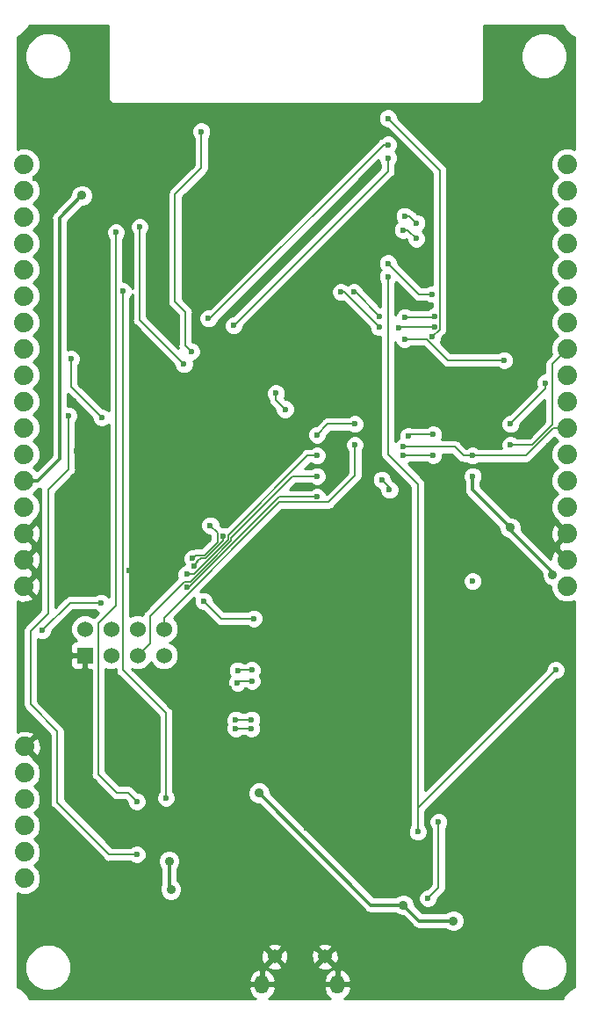
<source format=gbr>
G04 #@! TF.GenerationSoftware,KiCad,Pcbnew,6.0.0-rc1-unknown-15e0771~66~ubuntu18.04.1*
G04 #@! TF.CreationDate,2018-09-04T11:04:57+02:00*
G04 #@! TF.ProjectId,esp32-gateway,65737033322D676174657761792E6B69,v3*
G04 #@! TF.SameCoordinates,Original*
G04 #@! TF.FileFunction,Copper,L2,Bot,Signal*
G04 #@! TF.FilePolarity,Positive*
%FSLAX46Y46*%
G04 Gerber Fmt 4.6, Leading zero omitted, Abs format (unit mm)*
G04 Created by KiCad (PCBNEW 6.0.0-rc1-unknown-15e0771~66~ubuntu18.04.1) date Tue Sep  4 11:04:57 2018*
%MOMM*%
%LPD*%
G01*
G04 APERTURE LIST*
G04 #@! TA.AperFunction,ComponentPad*
%ADD10C,1.879600*%
G04 #@! TD*
G04 #@! TA.AperFunction,ComponentPad*
%ADD11C,1.524000*%
G04 #@! TD*
G04 #@! TA.AperFunction,ComponentPad*
%ADD12R,1.524000X1.524000*%
G04 #@! TD*
G04 #@! TA.AperFunction,ComponentPad*
%ADD13C,1.350000*%
G04 #@! TD*
G04 #@! TA.AperFunction,ComponentPad*
%ADD14O,1.350000X1.800000*%
G04 #@! TD*
G04 #@! TA.AperFunction,ViaPad*
%ADD15C,0.600000*%
G04 #@! TD*
G04 #@! TA.AperFunction,ViaPad*
%ADD16C,0.900000*%
G04 #@! TD*
G04 #@! TA.AperFunction,Conductor*
%ADD17C,0.300000*%
G04 #@! TD*
G04 #@! TA.AperFunction,Conductor*
%ADD18C,0.150000*%
G04 #@! TD*
G04 #@! TA.AperFunction,Conductor*
%ADD19C,0.254000*%
G04 #@! TD*
G04 APERTURE END LIST*
D10*
G04 #@! TO.P,J3,1*
G04 #@! TO.N,Net-(D1-Pad2)*
X116332000Y-147828000D03*
G04 #@! TO.P,J3,2*
G04 #@! TO.N,Net-(D2-Pad2)*
X116332000Y-145288000D03*
G04 #@! TO.P,J3,3*
G04 #@! TO.N,Net-(D3-Pad2)*
X116332000Y-142748000D03*
G04 #@! TO.P,J3,4*
G04 #@! TO.N,Net-(D4-Pad2)*
X116332000Y-140208000D03*
G04 #@! TO.P,J3,5*
G04 #@! TO.N,Net-(D5-Pad2)*
X116332000Y-137668000D03*
G04 #@! TO.P,J3,6*
G04 #@! TO.N,GND*
X116332000Y-135128000D03*
G04 #@! TD*
D11*
G04 #@! TO.P,U2,8*
G04 #@! TO.N,IO16*
X129770000Y-123800000D03*
G04 #@! TO.P,U2,7*
G04 #@! TO.N,IO19*
X129770000Y-126340000D03*
G04 #@! TO.P,U2,6*
G04 #@! TO.N,IO23*
X127230000Y-123800000D03*
G04 #@! TO.P,U2,5*
G04 #@! TO.N,IO18*
X127230000Y-126340000D03*
G04 #@! TO.P,U2,4*
G04 #@! TO.N,IO5*
X124690000Y-123800000D03*
G04 #@! TO.P,U2,3*
G04 #@! TO.N,CE-RST*
X124690000Y-126340000D03*
G04 #@! TO.P,U2,2*
G04 #@! TO.N,+3V3*
X122150000Y-123800000D03*
D12*
G04 #@! TO.P,U2,1*
G04 #@! TO.N,GND*
X122150000Y-126340000D03*
G04 #@! TD*
D10*
G04 #@! TO.P,J5,17*
G04 #@! TO.N,IO23*
X168656000Y-79024000D03*
G04 #@! TO.P,J5,16*
G04 #@! TO.N,IO22*
X168656000Y-81564000D03*
G04 #@! TO.P,J5,15*
G04 #@! TO.N,ESPTX*
X168656000Y-84104000D03*
G04 #@! TO.P,J5,14*
G04 #@! TO.N,ESPRX*
X168656000Y-86644000D03*
G04 #@! TO.P,J5,13*
G04 #@! TO.N,IO21*
X168656000Y-89184000D03*
G04 #@! TO.P,J5,12*
G04 #@! TO.N,IO20*
X168656000Y-91724000D03*
G04 #@! TO.P,J5,11*
G04 #@! TO.N,IO19*
X168656000Y-94264000D03*
G04 #@! TO.P,J5,10*
G04 #@! TO.N,IO18*
X168656000Y-96804000D03*
G04 #@! TO.P,J5,9*
G04 #@! TO.N,IO5*
X168656000Y-99344000D03*
G04 #@! TO.P,J5,8*
G04 #@! TO.N,CE-RST*
X168656000Y-101884000D03*
G04 #@! TO.P,J5,7*
G04 #@! TO.N,IO16*
X168656000Y-104424000D03*
G04 #@! TO.P,J5,6*
G04 #@! TO.N,IO4*
X168656000Y-106964000D03*
G04 #@! TO.P,J5,5*
G04 #@! TO.N,IO2*
X168656000Y-109504000D03*
G04 #@! TO.P,J5,4*
G04 #@! TO.N,IO15*
X168656000Y-112044000D03*
G04 #@! TO.P,J5,3*
G04 #@! TO.N,GND*
X168656000Y-114584000D03*
G04 #@! TO.P,J5,2*
X168656000Y-117124000D03*
G04 #@! TO.P,J5,1*
G04 #@! TO.N,+3V3*
X168656000Y-119664000D03*
G04 #@! TD*
G04 #@! TO.P,J4,1*
G04 #@! TO.N,SENSOR_VP*
X116270000Y-79030000D03*
G04 #@! TO.P,J4,2*
G04 #@! TO.N,SENSOR_VN*
X116270000Y-81570000D03*
G04 #@! TO.P,J4,3*
G04 #@! TO.N,IO34*
X116270000Y-84110000D03*
G04 #@! TO.P,J4,4*
G04 #@! TO.N,IO35*
X116270000Y-86650000D03*
G04 #@! TO.P,J4,5*
G04 #@! TO.N,IO32*
X116270000Y-89190000D03*
G04 #@! TO.P,J4,6*
G04 #@! TO.N,IO33*
X116270000Y-91730000D03*
G04 #@! TO.P,J4,7*
G04 #@! TO.N,IO25*
X116270000Y-94270000D03*
G04 #@! TO.P,J4,8*
G04 #@! TO.N,IO26*
X116270000Y-96810000D03*
G04 #@! TO.P,J4,9*
G04 #@! TO.N,IO27*
X116270000Y-99350000D03*
G04 #@! TO.P,J4,10*
G04 #@! TO.N,IO14*
X116270000Y-101890000D03*
G04 #@! TO.P,J4,11*
G04 #@! TO.N,IO12*
X116270000Y-104430000D03*
G04 #@! TO.P,J4,12*
G04 #@! TO.N,IO13*
X116270000Y-106970000D03*
G04 #@! TO.P,J4,13*
G04 #@! TO.N,+3V3*
X116270000Y-109510000D03*
G04 #@! TO.P,J4,14*
G04 #@! TO.N,+5V*
X116270000Y-112050000D03*
G04 #@! TO.P,J4,15*
G04 #@! TO.N,GND*
X116270000Y-114590000D03*
G04 #@! TO.P,J4,16*
X116270000Y-117130000D03*
G04 #@! TO.P,J4,17*
X116270000Y-119670000D03*
G04 #@! TD*
D13*
G04 #@! TO.P,J1,6*
G04 #@! TO.N,GND*
X140440000Y-155350000D03*
X145290000Y-155350000D03*
D14*
X146490000Y-158030000D03*
X139240000Y-158030000D03*
G04 #@! TD*
D15*
G04 #@! TO.N,GND*
X142330000Y-81470000D03*
X140980000Y-116130000D03*
X143480000Y-142950000D03*
X145600000Y-97574990D03*
X146840000Y-100070000D03*
X164990000Y-76580000D03*
X163850000Y-77830000D03*
X162910000Y-79640000D03*
X161870000Y-81410000D03*
X161240000Y-83040000D03*
X160720000Y-85030000D03*
X159710000Y-87950000D03*
X158530000Y-92670000D03*
X158740000Y-100190000D03*
X127560000Y-80780000D03*
X123220000Y-77060000D03*
X122460000Y-87870000D03*
X118330000Y-88420000D03*
X118610000Y-95650000D03*
X121430000Y-95440000D03*
X118540000Y-97990000D03*
X118680000Y-102940000D03*
X118200000Y-105280000D03*
X122950000Y-99850000D03*
X121090000Y-101840000D03*
X123780000Y-97200000D03*
X140890000Y-104550000D03*
X153030000Y-100210000D03*
X150230000Y-102710000D03*
X152810000Y-103150000D03*
X154210000Y-88360000D03*
X139200000Y-124900000D03*
X143120000Y-124260000D03*
X142940000Y-126440000D03*
X136140000Y-124300000D03*
X136300000Y-120590000D03*
X141350000Y-106690000D03*
X138470000Y-101680000D03*
X128790000Y-98910000D03*
X128650000Y-103310000D03*
X128230000Y-109430000D03*
X127670000Y-101760000D03*
X122850000Y-105080000D03*
X121310000Y-106670000D03*
X123040000Y-108870000D03*
X120930000Y-115750000D03*
X130050000Y-119210000D03*
X129260000Y-116170000D03*
X133050000Y-100360000D03*
X139930000Y-109070000D03*
X141600000Y-114570000D03*
X151310000Y-113010000D03*
X152710000Y-116730000D03*
X155510000Y-92590000D03*
X123260000Y-92620000D03*
X118270000Y-100060000D03*
X166660000Y-108450000D03*
X150490000Y-107850000D03*
X150490000Y-105120000D03*
X152920000Y-110040000D03*
X166910000Y-106140000D03*
X121660000Y-113370000D03*
X122880000Y-117590000D03*
X139530000Y-97140000D03*
X152000000Y-122230000D03*
X141170000Y-138670000D03*
X133180000Y-136050000D03*
X124160000Y-150730000D03*
X156410000Y-156170000D03*
X164030000Y-149670000D03*
X157750000Y-132490000D03*
X157460000Y-127340000D03*
X136100000Y-129465010D03*
X126405010Y-118190000D03*
X132975010Y-109110000D03*
X132975010Y-103210000D03*
X132975010Y-111860000D03*
X132570000Y-114110000D03*
X142330000Y-76200000D03*
X137180000Y-84430000D03*
X138860000Y-80320000D03*
X143490000Y-93430000D03*
X147470000Y-118770000D03*
X147860000Y-130470000D03*
X145290000Y-147320000D03*
X130880000Y-154390000D03*
X163550000Y-126350000D03*
X165480000Y-140240000D03*
X152100000Y-154900000D03*
X139500000Y-150660000D03*
X130370000Y-77090000D03*
X118260000Y-85280000D03*
X117340000Y-80420000D03*
X117930000Y-83500000D03*
G04 #@! TO.N,+3V3*
X159540000Y-109070000D03*
D16*
X163186000Y-114038000D03*
X167260000Y-118570000D03*
X152840000Y-150370000D03*
X157670000Y-151900000D03*
X121870000Y-82040000D03*
X138950000Y-139600000D03*
G04 #@! TO.N,+5V*
X130280000Y-146140000D03*
X130450000Y-148870000D03*
D15*
G04 #@! TO.N,RFMANT*
X159544080Y-119182080D03*
G04 #@! TO.N,DTR*
X155230000Y-149740000D03*
X156257360Y-142371973D03*
G04 #@! TO.N,IO0*
X151380000Y-89835000D03*
X154257360Y-143321973D03*
X167546000Y-127746000D03*
G04 #@! TO.N,EN*
X132400000Y-97060000D03*
X133380000Y-75865000D03*
X138230012Y-127750000D03*
X136885990Y-127770000D03*
G04 #@! TO.N,IO35*
X127430000Y-85060000D03*
X138280000Y-128810000D03*
X136860000Y-128950000D03*
X131710000Y-98280000D03*
G04 #@! TO.N,IO32*
X125140000Y-85580002D03*
X127157975Y-140403660D03*
G04 #@! TO.N,IO33*
X125830000Y-91260000D03*
X129980000Y-140060000D03*
G04 #@! TO.N,IO27*
X138430000Y-122780000D03*
X133590000Y-121080000D03*
X123770000Y-103430000D03*
X120800000Y-97770000D03*
G04 #@! TO.N,IO12*
X120585000Y-103230000D03*
X127157975Y-145503660D03*
G04 #@! TO.N,IO13*
X123700000Y-121260000D03*
X118040000Y-123940000D03*
G04 #@! TO.N,IO15*
X155860000Y-94740000D03*
X152430000Y-94790000D03*
X150530000Y-94730000D03*
X146825000Y-91335000D03*
G04 #@! TO.N,IO2*
X153020000Y-93750000D03*
X150590000Y-93660000D03*
X148095000Y-91335000D03*
X155860000Y-93720000D03*
G04 #@! TO.N,IO4*
X155620000Y-91540000D03*
X151380000Y-88565000D03*
G04 #@! TO.N,IO16*
X159544080Y-107078260D03*
X148189840Y-106042080D03*
X152858969Y-106250000D03*
G04 #@! TO.N,CE-RST*
X162590000Y-97900000D03*
X152970000Y-95860000D03*
X132703649Y-117725969D03*
X135480000Y-114820000D03*
G04 #@! TO.N,IO5*
X144547920Y-111076220D03*
X152820000Y-85360000D03*
X154110000Y-86190000D03*
X166560000Y-100080000D03*
X155736000Y-105058000D03*
X153330979Y-105230000D03*
X163186000Y-104040560D03*
X131973968Y-119742918D03*
G04 #@! TO.N,IO18*
X151520000Y-110390000D03*
X150790000Y-109410000D03*
X144547920Y-109079780D03*
X152970000Y-84010000D03*
X154120000Y-84680000D03*
X163186000Y-106042080D03*
G04 #@! TO.N,IO19*
X148189840Y-104040560D03*
X144547920Y-105079280D03*
X140570000Y-101090000D03*
X141450000Y-102620000D03*
X134250000Y-113800000D03*
X132540000Y-117000000D03*
G04 #@! TO.N,ESPRX*
X138210000Y-132520000D03*
X151380000Y-78405000D03*
X136700000Y-132530000D03*
X136500000Y-94570000D03*
G04 #@! TO.N,ESPTX*
X151380000Y-77135000D03*
X136690000Y-133370000D03*
X138210004Y-133370000D03*
X134060000Y-93870000D03*
G04 #@! TO.N,IO23*
X155736000Y-107058000D03*
X144547920Y-107078260D03*
X152858969Y-107040000D03*
X151380000Y-74595000D03*
X155660000Y-95670000D03*
X131966401Y-118523734D03*
G04 #@! TD*
D17*
G04 #@! TO.N,+3V3*
X159540000Y-109070000D02*
X159540000Y-110392000D01*
X159540000Y-110392000D02*
X163186000Y-114038000D01*
X152840000Y-150370000D02*
X154370000Y-151900000D01*
X154370000Y-151900000D02*
X157670000Y-151900000D01*
X117599077Y-109510000D02*
X119720000Y-107389077D01*
X116270000Y-109510000D02*
X117599077Y-109510000D01*
X119720000Y-107389077D02*
X119720000Y-84190000D01*
X119720000Y-84190000D02*
X121870000Y-82040000D01*
X163186000Y-114276000D02*
X163186000Y-114038000D01*
X167260000Y-118570000D02*
X167260000Y-118350000D01*
X167260000Y-118350000D02*
X163186000Y-114276000D01*
X149720000Y-150370000D02*
X152840000Y-150370000D01*
X138950000Y-139600000D02*
X149720000Y-150370000D01*
G04 #@! TO.N,+5V*
X130280000Y-146140000D02*
X130280000Y-148700000D01*
X130280000Y-148700000D02*
X130450000Y-148870000D01*
D18*
G04 #@! TO.N,DTR*
X155230000Y-149740000D02*
X156257360Y-148712640D01*
X156257360Y-148712640D02*
X156257360Y-142371973D01*
G04 #@! TO.N,IO0*
X151380000Y-106940000D02*
X151380000Y-89835000D01*
X154257360Y-141160000D02*
X154257360Y-109817360D01*
X151890000Y-107450000D02*
X151380000Y-106940000D01*
X154257360Y-109817360D02*
X151890000Y-107450000D01*
X154257360Y-143321973D02*
X154257360Y-141160000D01*
X154257360Y-141160000D02*
X154257360Y-141034640D01*
X154257360Y-141034640D02*
X167546000Y-127746000D01*
G04 #@! TO.N,EN*
X138230012Y-127750000D02*
X136905990Y-127750000D01*
X136905990Y-127750000D02*
X136885990Y-127770000D01*
X131840000Y-93260000D02*
X131840000Y-96500000D01*
X131840000Y-96500000D02*
X132400000Y-97060000D01*
X130860000Y-81900000D02*
X130860000Y-92280000D01*
X133380000Y-79380000D02*
X130860000Y-81900000D01*
X130860000Y-92280000D02*
X131840000Y-93260000D01*
X133380000Y-75865000D02*
X133380000Y-79380000D01*
G04 #@! TO.N,IO35*
X138280000Y-128810000D02*
X137000000Y-128810000D01*
X137000000Y-128810000D02*
X136860000Y-128950000D01*
X127430000Y-94000000D02*
X127430000Y-85060000D01*
X131710000Y-98280000D02*
X127430000Y-94000000D01*
G04 #@! TO.N,IO32*
X126314315Y-139560000D02*
X125220000Y-139560000D01*
X127157975Y-140403660D02*
X126314315Y-139560000D01*
X123448989Y-137788989D02*
X123448989Y-123222537D01*
X125220000Y-139560000D02*
X123448989Y-137788989D01*
X125140000Y-121531526D02*
X125140000Y-85580002D01*
X123448989Y-123222537D02*
X125140000Y-121531526D01*
G04 #@! TO.N,IO33*
X129980000Y-140060000D02*
X129980000Y-131910000D01*
X129980000Y-131910000D02*
X125830000Y-127760000D01*
X125830000Y-92570000D02*
X125830000Y-91260000D01*
X125830000Y-127760000D02*
X125830000Y-92570000D01*
G04 #@! TO.N,IO27*
X135290000Y-122780000D02*
X133590000Y-121080000D01*
X138430000Y-122780000D02*
X135290000Y-122780000D01*
X120800000Y-100460000D02*
X123770000Y-103430000D01*
X120800000Y-97770000D02*
X120800000Y-100460000D01*
G04 #@! TO.N,IO12*
X127157975Y-145503660D02*
X124503660Y-145503660D01*
X124503660Y-145503660D02*
X119500000Y-140500000D01*
X116910000Y-123970000D02*
X116910000Y-131060000D01*
X119500000Y-133650000D02*
X116910000Y-131060000D01*
X119500000Y-140500000D02*
X119500000Y-133650000D01*
X118590000Y-110395000D02*
X120585000Y-108400000D01*
X118590000Y-122290000D02*
X118590000Y-110395000D01*
X120585000Y-103230000D02*
X120585000Y-108400000D01*
X118590000Y-122290000D02*
X116910000Y-123970000D01*
G04 #@! TO.N,IO13*
X123700000Y-121260000D02*
X120720000Y-121260000D01*
X120720000Y-121260000D02*
X118040000Y-123940000D01*
G04 #@! TO.N,IO15*
X155860000Y-94740000D02*
X152480000Y-94740000D01*
X152480000Y-94740000D02*
X152430000Y-94790000D01*
X150530000Y-94730000D02*
X147135000Y-91335000D01*
X147135000Y-91335000D02*
X146825000Y-91335000D01*
G04 #@! TO.N,IO2*
X150590000Y-93660000D02*
X148265000Y-91335000D01*
X148265000Y-91335000D02*
X148095000Y-91335000D01*
X155830000Y-93750000D02*
X153020000Y-93750000D01*
X155860000Y-93720000D02*
X155830000Y-93750000D01*
G04 #@! TO.N,IO4*
X155620000Y-91540000D02*
X154355000Y-91540000D01*
X154355000Y-91540000D02*
X151380000Y-88565000D01*
G04 #@! TO.N,IO16*
X164672663Y-107078260D02*
X159544080Y-107078260D01*
X168656000Y-104424000D02*
X167326923Y-104424000D01*
X167326923Y-104424000D02*
X164672663Y-107078260D01*
X159544080Y-107078260D02*
X158643650Y-107078260D01*
X157815390Y-106250000D02*
X152858969Y-106250000D01*
X158643650Y-107078260D02*
X157815390Y-106250000D01*
X148189840Y-109020160D02*
X148189840Y-106042080D01*
X145620000Y-111590000D02*
X148189840Y-109020160D01*
X140880000Y-111590000D02*
X145620000Y-111590000D01*
X129770000Y-123800000D02*
X129770000Y-122700000D01*
X129770000Y-122700000D02*
X140880000Y-111590000D01*
G04 #@! TO.N,CE-RST*
X162590000Y-97900000D02*
X157120000Y-97900000D01*
X155080000Y-95860000D02*
X152970000Y-95860000D01*
X157120000Y-97900000D02*
X155080000Y-95860000D01*
X133060000Y-117260000D02*
X132798638Y-117521362D01*
X133060000Y-117271451D02*
X132703649Y-117627802D01*
X132703649Y-117627802D02*
X132703649Y-117725969D01*
X133060000Y-117260000D02*
X133060000Y-117271451D01*
X133342988Y-116977012D02*
X133804740Y-116977012D01*
X133060000Y-117260000D02*
X133342988Y-116977012D01*
X135480000Y-115301752D02*
X135480000Y-115244264D01*
X133804740Y-116977012D02*
X135480000Y-115301752D01*
X135480000Y-115244264D02*
X135480000Y-114820000D01*
G04 #@! TO.N,IO5*
X153280000Y-85360000D02*
X154110000Y-86190000D01*
X152820000Y-85360000D02*
X153280000Y-85360000D01*
X166560000Y-100080000D02*
X166560000Y-100666560D01*
X166560000Y-100666560D02*
X163186000Y-104040560D01*
X155736000Y-105058000D02*
X153502979Y-105058000D01*
X153502979Y-105058000D02*
X153330979Y-105230000D01*
X132213168Y-119742918D02*
X131973968Y-119742918D01*
X144547920Y-111076220D02*
X140880788Y-111076220D01*
X134148041Y-117808045D02*
X132213168Y-119742918D01*
X134148963Y-117808045D02*
X134148041Y-117808045D01*
X140880788Y-111076220D02*
X134148963Y-117808045D01*
G04 #@! TO.N,IO18*
X151520000Y-110390000D02*
X151520000Y-110140000D01*
X151520000Y-110140000D02*
X150790000Y-109410000D01*
X152970000Y-84010000D02*
X153450000Y-84010000D01*
X153450000Y-84010000D02*
X154120000Y-84680000D01*
X167200000Y-98260000D02*
X168656000Y-96804000D01*
X167200000Y-104140000D02*
X167200000Y-98260000D01*
X163186000Y-106042080D02*
X165297920Y-106042080D01*
X165297920Y-106042080D02*
X167200000Y-104140000D01*
X131733007Y-119240917D02*
X132323417Y-119240917D01*
X132323417Y-119240917D02*
X134033300Y-117531034D01*
X134033300Y-117531034D02*
X134034222Y-117531034D01*
X128410000Y-122563924D02*
X131733007Y-119240917D01*
X134034222Y-117531034D02*
X136259012Y-115306244D01*
X136259012Y-115017066D02*
X142196298Y-109079780D01*
X128410000Y-125160000D02*
X128410000Y-122563924D01*
X142898050Y-109079780D02*
X144547920Y-109079780D01*
X142196298Y-109079780D02*
X142898050Y-109079780D01*
X127230000Y-126340000D02*
X128410000Y-125160000D01*
X136259012Y-115306244D02*
X136259012Y-115017066D01*
G04 #@! TO.N,IO19*
X148189840Y-104040560D02*
X145586640Y-104040560D01*
X145586640Y-104040560D02*
X144547920Y-105079280D01*
X140570000Y-101090000D02*
X140570000Y-101740000D01*
X140570000Y-101740000D02*
X141450000Y-102620000D01*
X134940000Y-115450000D02*
X133689999Y-116700001D01*
X134250000Y-113800000D02*
X134940000Y-114490000D01*
X132839999Y-116700001D02*
X132540000Y-117000000D01*
X133689999Y-116700001D02*
X132839999Y-116700001D01*
X134940000Y-114490000D02*
X134940000Y-115450000D01*
G04 #@! TO.N,ESPRX*
X138210000Y-132520000D02*
X136710000Y-132520000D01*
X136710000Y-132520000D02*
X136700000Y-132530000D01*
X151380000Y-78405000D02*
X151380000Y-79690000D01*
X151380000Y-79690000D02*
X136799999Y-94270001D01*
X136799999Y-94270001D02*
X136500000Y-94570000D01*
G04 #@! TO.N,ESPTX*
X136690000Y-133370000D02*
X138210004Y-133370000D01*
X151380000Y-77135000D02*
X150980000Y-77135000D01*
X150980000Y-77135000D02*
X134245000Y-93870000D01*
X134245000Y-93870000D02*
X134060000Y-93870000D01*
G04 #@! TO.N,IO23*
X152876969Y-107058000D02*
X152858969Y-107040000D01*
X155736000Y-107058000D02*
X152876969Y-107058000D01*
X156380000Y-79595000D02*
X151380000Y-74595000D01*
X156380000Y-94950000D02*
X156380000Y-79595000D01*
X155660000Y-95670000D02*
X156380000Y-94950000D01*
X133918559Y-117254023D02*
X132648848Y-118523734D01*
X135982001Y-114743749D02*
X135982001Y-115191503D01*
X135982001Y-115191503D02*
X133919481Y-117254023D01*
X132390665Y-118523734D02*
X131966401Y-118523734D01*
X133919481Y-117254023D02*
X133918559Y-117254023D01*
X132648848Y-118523734D02*
X132390665Y-118523734D01*
X143647490Y-107078260D02*
X135982001Y-114743749D01*
X144547920Y-107078260D02*
X143647490Y-107078260D01*
G04 #@! TD*
D19*
G04 #@! TO.N,GND*
G36*
X124364501Y-72527404D02*
X124352050Y-72590000D01*
X124401372Y-72837960D01*
X124541830Y-73048170D01*
X124752040Y-73188628D01*
X124937409Y-73225500D01*
X125000000Y-73237950D01*
X125062591Y-73225500D01*
X159937409Y-73225500D01*
X160000000Y-73237950D01*
X160062591Y-73225500D01*
X160247960Y-73188628D01*
X160458170Y-73048170D01*
X160598628Y-72837960D01*
X160647950Y-72590000D01*
X160635500Y-72527409D01*
X160635500Y-68165431D01*
X164165000Y-68165431D01*
X164165000Y-69054569D01*
X164505259Y-69876026D01*
X165133974Y-70504741D01*
X165955431Y-70845000D01*
X166844569Y-70845000D01*
X167666026Y-70504741D01*
X168294741Y-69876026D01*
X168635000Y-69054569D01*
X168635000Y-68165431D01*
X168294741Y-67343974D01*
X167666026Y-66715259D01*
X166844569Y-66375000D01*
X165955431Y-66375000D01*
X165133974Y-66715259D01*
X164505259Y-67343974D01*
X164165000Y-68165431D01*
X160635500Y-68165431D01*
X160635500Y-65635500D01*
X168245004Y-65635500D01*
X168320293Y-65842354D01*
X168361566Y-65913840D01*
X168430646Y-66033491D01*
X168709692Y-66366045D01*
X168709694Y-66366048D01*
X168878766Y-66507916D01*
X169254723Y-66724974D01*
X169254725Y-66724976D01*
X169310068Y-66745119D01*
X169364500Y-66764930D01*
X169364500Y-77612919D01*
X168969247Y-77449200D01*
X168342753Y-77449200D01*
X167763948Y-77688949D01*
X167320949Y-78131948D01*
X167081200Y-78710753D01*
X167081200Y-79337247D01*
X167320949Y-79916052D01*
X167698897Y-80294000D01*
X167320949Y-80671948D01*
X167081200Y-81250753D01*
X167081200Y-81877247D01*
X167320949Y-82456052D01*
X167698897Y-82834000D01*
X167320949Y-83211948D01*
X167081200Y-83790753D01*
X167081200Y-84417247D01*
X167320949Y-84996052D01*
X167698897Y-85374000D01*
X167320949Y-85751948D01*
X167081200Y-86330753D01*
X167081200Y-86957247D01*
X167320949Y-87536052D01*
X167698897Y-87914000D01*
X167320949Y-88291948D01*
X167081200Y-88870753D01*
X167081200Y-89497247D01*
X167320949Y-90076052D01*
X167698897Y-90454000D01*
X167320949Y-90831948D01*
X167081200Y-91410753D01*
X167081200Y-92037247D01*
X167320949Y-92616052D01*
X167698897Y-92994000D01*
X167320949Y-93371948D01*
X167081200Y-93950753D01*
X167081200Y-94577247D01*
X167320949Y-95156052D01*
X167698897Y-95534000D01*
X167320949Y-95911948D01*
X167081200Y-96490753D01*
X167081200Y-97117247D01*
X167156609Y-97299300D01*
X166747402Y-97708508D01*
X166688120Y-97748119D01*
X166648510Y-97807400D01*
X166531196Y-97982972D01*
X166476091Y-98260000D01*
X166490001Y-98329929D01*
X166490001Y-99145000D01*
X166374017Y-99145000D01*
X166030365Y-99287345D01*
X165767345Y-99550365D01*
X165625000Y-99894017D01*
X165625000Y-100265983D01*
X165722090Y-100500379D01*
X163116910Y-103105560D01*
X163000017Y-103105560D01*
X162656365Y-103247905D01*
X162393345Y-103510925D01*
X162251000Y-103854577D01*
X162251000Y-104226543D01*
X162393345Y-104570195D01*
X162656365Y-104833215D01*
X163000017Y-104975560D01*
X163371983Y-104975560D01*
X163715635Y-104833215D01*
X163978655Y-104570195D01*
X164121000Y-104226543D01*
X164121000Y-104109650D01*
X166490000Y-101740651D01*
X166490000Y-103845909D01*
X165003830Y-105332080D01*
X163798290Y-105332080D01*
X163715635Y-105249425D01*
X163371983Y-105107080D01*
X163000017Y-105107080D01*
X162656365Y-105249425D01*
X162393345Y-105512445D01*
X162251000Y-105856097D01*
X162251000Y-106228063D01*
X162309071Y-106368260D01*
X160156370Y-106368260D01*
X160073715Y-106285605D01*
X159730063Y-106143260D01*
X159358097Y-106143260D01*
X159014445Y-106285605D01*
X158934766Y-106365284D01*
X158366884Y-105797403D01*
X158327271Y-105738119D01*
X158092418Y-105581195D01*
X157885316Y-105540000D01*
X157885314Y-105540000D01*
X157815390Y-105526091D01*
X157745466Y-105540000D01*
X156548386Y-105540000D01*
X156671000Y-105243983D01*
X156671000Y-104872017D01*
X156528655Y-104528365D01*
X156265635Y-104265345D01*
X155921983Y-104123000D01*
X155550017Y-104123000D01*
X155206365Y-104265345D01*
X155123710Y-104348000D01*
X153644916Y-104348000D01*
X153516962Y-104295000D01*
X153144996Y-104295000D01*
X152801344Y-104437345D01*
X152538324Y-104700365D01*
X152395979Y-105044017D01*
X152395979Y-105415983D01*
X152400843Y-105427725D01*
X152329334Y-105457345D01*
X152090000Y-105696679D01*
X152090000Y-96178765D01*
X152177345Y-96389635D01*
X152440365Y-96652655D01*
X152784017Y-96795000D01*
X153155983Y-96795000D01*
X153499635Y-96652655D01*
X153582290Y-96570000D01*
X154785910Y-96570000D01*
X156568510Y-98352602D01*
X156608119Y-98411881D01*
X156667398Y-98451490D01*
X156667399Y-98451491D01*
X156842972Y-98568805D01*
X157120000Y-98623909D01*
X157189926Y-98610000D01*
X161977710Y-98610000D01*
X162060365Y-98692655D01*
X162404017Y-98835000D01*
X162775983Y-98835000D01*
X163119635Y-98692655D01*
X163382655Y-98429635D01*
X163525000Y-98085983D01*
X163525000Y-97714017D01*
X163382655Y-97370365D01*
X163119635Y-97107345D01*
X162775983Y-96965000D01*
X162404017Y-96965000D01*
X162060365Y-97107345D01*
X161977710Y-97190000D01*
X157414092Y-97190000D01*
X156438190Y-96214100D01*
X156452655Y-96199635D01*
X156595000Y-95855983D01*
X156595000Y-95739091D01*
X156832603Y-95501489D01*
X156891880Y-95461881D01*
X156931488Y-95402604D01*
X156931491Y-95402601D01*
X157048805Y-95227029D01*
X157103909Y-94950000D01*
X157090000Y-94880074D01*
X157090000Y-79664926D01*
X157103909Y-79595000D01*
X157048805Y-79317971D01*
X156931491Y-79142399D01*
X156931490Y-79142398D01*
X156891881Y-79083119D01*
X156832602Y-79043510D01*
X152315000Y-74525910D01*
X152315000Y-74409017D01*
X152172655Y-74065365D01*
X151909635Y-73802345D01*
X151565983Y-73660000D01*
X151194017Y-73660000D01*
X150850365Y-73802345D01*
X150587345Y-74065365D01*
X150445000Y-74409017D01*
X150445000Y-74780983D01*
X150587345Y-75124635D01*
X150850365Y-75387655D01*
X151194017Y-75530000D01*
X151310910Y-75530000D01*
X155670001Y-79889093D01*
X155670000Y-90605000D01*
X155434017Y-90605000D01*
X155090365Y-90747345D01*
X155007710Y-90830000D01*
X154649091Y-90830000D01*
X152315000Y-88495910D01*
X152315000Y-88379017D01*
X152172655Y-88035365D01*
X151909635Y-87772345D01*
X151565983Y-87630000D01*
X151194017Y-87630000D01*
X150850365Y-87772345D01*
X150587345Y-88035365D01*
X150445000Y-88379017D01*
X150445000Y-88750983D01*
X150587345Y-89094635D01*
X150692710Y-89200000D01*
X150587345Y-89305365D01*
X150445000Y-89649017D01*
X150445000Y-90020983D01*
X150587345Y-90364635D01*
X150670001Y-90447291D01*
X150670001Y-92725000D01*
X150659092Y-92725000D01*
X148992448Y-91058357D01*
X148887655Y-90805365D01*
X148624635Y-90542345D01*
X148280983Y-90400000D01*
X147909017Y-90400000D01*
X147565365Y-90542345D01*
X147460000Y-90647710D01*
X147354635Y-90542345D01*
X147010983Y-90400000D01*
X146639017Y-90400000D01*
X146295365Y-90542345D01*
X146032345Y-90805365D01*
X145890000Y-91149017D01*
X145890000Y-91520983D01*
X146032345Y-91864635D01*
X146295365Y-92127655D01*
X146639017Y-92270000D01*
X147010983Y-92270000D01*
X147049822Y-92253912D01*
X149595000Y-94799091D01*
X149595000Y-94915983D01*
X149737345Y-95259635D01*
X150000365Y-95522655D01*
X150344017Y-95665000D01*
X150670001Y-95665000D01*
X150670000Y-106870076D01*
X150656091Y-106940000D01*
X150670000Y-107009924D01*
X150670000Y-107009925D01*
X150711195Y-107217027D01*
X150868119Y-107451880D01*
X150927401Y-107491491D01*
X151437399Y-108001491D01*
X151437405Y-108001495D01*
X153547361Y-110111453D01*
X153547360Y-140964714D01*
X153533451Y-141034640D01*
X153547360Y-141104564D01*
X153547360Y-141229925D01*
X153547361Y-141229930D01*
X153547360Y-142709683D01*
X153464705Y-142792338D01*
X153322360Y-143135990D01*
X153322360Y-143507956D01*
X153464705Y-143851608D01*
X153727725Y-144114628D01*
X154071377Y-144256973D01*
X154443343Y-144256973D01*
X154786995Y-144114628D01*
X155050015Y-143851608D01*
X155192360Y-143507956D01*
X155192360Y-143135990D01*
X155050015Y-142792338D01*
X154967360Y-142709683D01*
X154967360Y-141328730D01*
X167615092Y-128681000D01*
X167731983Y-128681000D01*
X168075635Y-128538655D01*
X168338655Y-128275635D01*
X168481000Y-127931983D01*
X168481000Y-127560017D01*
X168338655Y-127216365D01*
X168075635Y-126953345D01*
X167731983Y-126811000D01*
X167360017Y-126811000D01*
X167016365Y-126953345D01*
X166753345Y-127216365D01*
X166611000Y-127560017D01*
X166611000Y-127676908D01*
X154967360Y-139320550D01*
X154967360Y-118996097D01*
X158609080Y-118996097D01*
X158609080Y-119368063D01*
X158751425Y-119711715D01*
X159014445Y-119974735D01*
X159358097Y-120117080D01*
X159730063Y-120117080D01*
X160073715Y-119974735D01*
X160336735Y-119711715D01*
X160479080Y-119368063D01*
X160479080Y-118996097D01*
X160336735Y-118652445D01*
X160073715Y-118389425D01*
X159730063Y-118247080D01*
X159358097Y-118247080D01*
X159014445Y-118389425D01*
X158751425Y-118652445D01*
X158609080Y-118996097D01*
X154967360Y-118996097D01*
X154967360Y-109887286D01*
X154981269Y-109817360D01*
X154955345Y-109687028D01*
X154926165Y-109540332D01*
X154905898Y-109510000D01*
X154808851Y-109364759D01*
X154808850Y-109364758D01*
X154769241Y-109305479D01*
X154709962Y-109265870D01*
X153309508Y-107865417D01*
X153388604Y-107832655D01*
X153453259Y-107768000D01*
X155123710Y-107768000D01*
X155206365Y-107850655D01*
X155550017Y-107993000D01*
X155921983Y-107993000D01*
X156265635Y-107850655D01*
X156528655Y-107587635D01*
X156671000Y-107243983D01*
X156671000Y-106960000D01*
X157521299Y-106960000D01*
X158092160Y-107530861D01*
X158131769Y-107590141D01*
X158191048Y-107629750D01*
X158191049Y-107629751D01*
X158342872Y-107731196D01*
X158366622Y-107747065D01*
X158541796Y-107781909D01*
X158643650Y-107802169D01*
X158713576Y-107788260D01*
X158931790Y-107788260D01*
X159014445Y-107870915D01*
X159358097Y-108013260D01*
X159730063Y-108013260D01*
X160073715Y-107870915D01*
X160156370Y-107788260D01*
X164602739Y-107788260D01*
X164672663Y-107802169D01*
X164742587Y-107788260D01*
X164742589Y-107788260D01*
X164949691Y-107747065D01*
X165184544Y-107590141D01*
X165224157Y-107530856D01*
X167379956Y-105375059D01*
X167698897Y-105694000D01*
X167320949Y-106071948D01*
X167081200Y-106650753D01*
X167081200Y-107277247D01*
X167320949Y-107856052D01*
X167698897Y-108234000D01*
X167320949Y-108611948D01*
X167081200Y-109190753D01*
X167081200Y-109817247D01*
X167320949Y-110396052D01*
X167698897Y-110774000D01*
X167320949Y-111151948D01*
X167081200Y-111730753D01*
X167081200Y-112357247D01*
X167320949Y-112936052D01*
X167761214Y-113376317D01*
X167726637Y-113475032D01*
X168656000Y-114404395D01*
X168670143Y-114390253D01*
X168849748Y-114569858D01*
X168835605Y-114584000D01*
X168849748Y-114598143D01*
X168670143Y-114777748D01*
X168656000Y-114763605D01*
X167726637Y-115692968D01*
X167783043Y-115854000D01*
X167726637Y-116015032D01*
X168656000Y-116944395D01*
X168670143Y-116930253D01*
X168849748Y-117109858D01*
X168835605Y-117124000D01*
X168849748Y-117138143D01*
X168670143Y-117317748D01*
X168656000Y-117303605D01*
X168641858Y-117317748D01*
X168462253Y-117138143D01*
X168476395Y-117124000D01*
X167547032Y-116194637D01*
X167286420Y-116285923D01*
X167069955Y-116873833D01*
X167077273Y-117057116D01*
X164353990Y-114333833D01*
X167069955Y-114333833D01*
X167094951Y-114959828D01*
X167286420Y-115422077D01*
X167547032Y-115513363D01*
X168476395Y-114584000D01*
X167547032Y-113654637D01*
X167286420Y-113745923D01*
X167069955Y-114333833D01*
X164353990Y-114333833D01*
X164271000Y-114250843D01*
X164271000Y-113822180D01*
X164105818Y-113423397D01*
X163800603Y-113118182D01*
X163401820Y-112953000D01*
X163211157Y-112953000D01*
X160325000Y-110066843D01*
X160325000Y-109607290D01*
X160332655Y-109599635D01*
X160475000Y-109255983D01*
X160475000Y-108884017D01*
X160332655Y-108540365D01*
X160069635Y-108277345D01*
X159725983Y-108135000D01*
X159354017Y-108135000D01*
X159010365Y-108277345D01*
X158747345Y-108540365D01*
X158605000Y-108884017D01*
X158605000Y-109255983D01*
X158747345Y-109599635D01*
X158755000Y-109607290D01*
X158755001Y-110314684D01*
X158739622Y-110392000D01*
X158800546Y-110698291D01*
X158930251Y-110892408D01*
X158930254Y-110892411D01*
X158974048Y-110957953D01*
X159039590Y-111001747D01*
X162101000Y-114063157D01*
X162101000Y-114253820D01*
X162266182Y-114652603D01*
X162571397Y-114957818D01*
X162889370Y-115089527D01*
X166175000Y-118375158D01*
X166175000Y-118785820D01*
X166340182Y-119184603D01*
X166645397Y-119489818D01*
X167044180Y-119655000D01*
X167081200Y-119655000D01*
X167081200Y-119977247D01*
X167320949Y-120556052D01*
X167763948Y-120999051D01*
X168342753Y-121238800D01*
X168969247Y-121238800D01*
X169364501Y-121075081D01*
X169364501Y-158245004D01*
X169157650Y-158320291D01*
X169157647Y-158320292D01*
X169082158Y-158363876D01*
X168966508Y-158430646D01*
X168966506Y-158430649D01*
X168633953Y-158709693D01*
X168492085Y-158878764D01*
X168492083Y-158878769D01*
X168275026Y-159254723D01*
X168275024Y-159254725D01*
X168272242Y-159262369D01*
X168235070Y-159364500D01*
X147155513Y-159364500D01*
X147342064Y-159261038D01*
X147662199Y-158858387D01*
X147803877Y-158363876D01*
X147645983Y-158157000D01*
X146617000Y-158157000D01*
X146617000Y-158177000D01*
X146363000Y-158177000D01*
X146363000Y-158157000D01*
X145334017Y-158157000D01*
X145176123Y-158363876D01*
X145317801Y-158858387D01*
X145637936Y-159261038D01*
X145824487Y-159364500D01*
X139905513Y-159364500D01*
X140092064Y-159261038D01*
X140412199Y-158858387D01*
X140553877Y-158363876D01*
X140395983Y-158157000D01*
X139367000Y-158157000D01*
X139367000Y-158177000D01*
X139113000Y-158177000D01*
X139113000Y-158157000D01*
X138084017Y-158157000D01*
X137926123Y-158363876D01*
X138067801Y-158858387D01*
X138387936Y-159261038D01*
X138574487Y-159364500D01*
X116754996Y-159364500D01*
X116679709Y-159157650D01*
X116679708Y-159157647D01*
X116613365Y-159042738D01*
X116569354Y-158966508D01*
X116569351Y-158966506D01*
X116290307Y-158633953D01*
X116121236Y-158492085D01*
X116121231Y-158492083D01*
X115745276Y-158275025D01*
X115745275Y-158275024D01*
X115689932Y-158254881D01*
X115635500Y-158235070D01*
X115635500Y-155955431D01*
X116365000Y-155955431D01*
X116365000Y-156844569D01*
X116705259Y-157666026D01*
X117333974Y-158294741D01*
X118155431Y-158635000D01*
X119044569Y-158635000D01*
X119866026Y-158294741D01*
X120464643Y-157696124D01*
X137926123Y-157696124D01*
X138084017Y-157903000D01*
X139113000Y-157903000D01*
X139113000Y-156660776D01*
X139367000Y-156660776D01*
X139367000Y-157903000D01*
X140395983Y-157903000D01*
X140553877Y-157696124D01*
X145176123Y-157696124D01*
X145334017Y-157903000D01*
X146363000Y-157903000D01*
X146363000Y-156660776D01*
X146617000Y-156660776D01*
X146617000Y-157903000D01*
X147645983Y-157903000D01*
X147803877Y-157696124D01*
X147662199Y-157201613D01*
X147342064Y-156798962D01*
X146892210Y-156549471D01*
X146819400Y-156537090D01*
X146617000Y-156660776D01*
X146363000Y-156660776D01*
X146160600Y-156537090D01*
X146087790Y-156549471D01*
X145637936Y-156798962D01*
X145317801Y-157201613D01*
X145176123Y-157696124D01*
X140553877Y-157696124D01*
X140412199Y-157201613D01*
X140092064Y-156798962D01*
X139642210Y-156549471D01*
X139569400Y-156537090D01*
X139367000Y-156660776D01*
X139113000Y-156660776D01*
X138910600Y-156537090D01*
X138837790Y-156549471D01*
X138387936Y-156798962D01*
X138067801Y-157201613D01*
X137926123Y-157696124D01*
X120464643Y-157696124D01*
X120494741Y-157666026D01*
X120835000Y-156844569D01*
X120835000Y-156267147D01*
X139702458Y-156267147D01*
X139761219Y-156500328D01*
X140253100Y-156672522D01*
X140773434Y-156643375D01*
X141118781Y-156500328D01*
X141177542Y-156267147D01*
X144552458Y-156267147D01*
X144611219Y-156500328D01*
X145103100Y-156672522D01*
X145623434Y-156643375D01*
X145968781Y-156500328D01*
X146027542Y-156267147D01*
X145290000Y-155529605D01*
X144552458Y-156267147D01*
X141177542Y-156267147D01*
X140440000Y-155529605D01*
X139702458Y-156267147D01*
X120835000Y-156267147D01*
X120835000Y-155955431D01*
X120506806Y-155163100D01*
X139117478Y-155163100D01*
X139146625Y-155683434D01*
X139289672Y-156028781D01*
X139522853Y-156087542D01*
X140260395Y-155350000D01*
X140619605Y-155350000D01*
X141357147Y-156087542D01*
X141590328Y-156028781D01*
X141762522Y-155536900D01*
X141741584Y-155163100D01*
X143967478Y-155163100D01*
X143996625Y-155683434D01*
X144139672Y-156028781D01*
X144372853Y-156087542D01*
X145110395Y-155350000D01*
X145469605Y-155350000D01*
X146207147Y-156087542D01*
X146440328Y-156028781D01*
X146466005Y-155955431D01*
X164165000Y-155955431D01*
X164165000Y-156844569D01*
X164505259Y-157666026D01*
X165133974Y-158294741D01*
X165955431Y-158635000D01*
X166844569Y-158635000D01*
X167666026Y-158294741D01*
X168294741Y-157666026D01*
X168635000Y-156844569D01*
X168635000Y-155955431D01*
X168294741Y-155133974D01*
X167666026Y-154505259D01*
X166844569Y-154165000D01*
X165955431Y-154165000D01*
X165133974Y-154505259D01*
X164505259Y-155133974D01*
X164165000Y-155955431D01*
X146466005Y-155955431D01*
X146612522Y-155536900D01*
X146583375Y-155016566D01*
X146440328Y-154671219D01*
X146207147Y-154612458D01*
X145469605Y-155350000D01*
X145110395Y-155350000D01*
X144372853Y-154612458D01*
X144139672Y-154671219D01*
X143967478Y-155163100D01*
X141741584Y-155163100D01*
X141733375Y-155016566D01*
X141590328Y-154671219D01*
X141357147Y-154612458D01*
X140619605Y-155350000D01*
X140260395Y-155350000D01*
X139522853Y-154612458D01*
X139289672Y-154671219D01*
X139117478Y-155163100D01*
X120506806Y-155163100D01*
X120494741Y-155133974D01*
X119866026Y-154505259D01*
X119691223Y-154432853D01*
X139702458Y-154432853D01*
X140440000Y-155170395D01*
X141177542Y-154432853D01*
X144552458Y-154432853D01*
X145290000Y-155170395D01*
X146027542Y-154432853D01*
X145968781Y-154199672D01*
X145476900Y-154027478D01*
X144956566Y-154056625D01*
X144611219Y-154199672D01*
X144552458Y-154432853D01*
X141177542Y-154432853D01*
X141118781Y-154199672D01*
X140626900Y-154027478D01*
X140106566Y-154056625D01*
X139761219Y-154199672D01*
X139702458Y-154432853D01*
X119691223Y-154432853D01*
X119044569Y-154165000D01*
X118155431Y-154165000D01*
X117333974Y-154505259D01*
X116705259Y-155133974D01*
X116365000Y-155955431D01*
X115635500Y-155955431D01*
X115635500Y-149244051D01*
X116018753Y-149402800D01*
X116645247Y-149402800D01*
X117224052Y-149163051D01*
X117667051Y-148720052D01*
X117906800Y-148141247D01*
X117906800Y-147514753D01*
X117667051Y-146935948D01*
X117289103Y-146558000D01*
X117667051Y-146180052D01*
X117906800Y-145601247D01*
X117906800Y-144974753D01*
X117667051Y-144395948D01*
X117289103Y-144018000D01*
X117667051Y-143640052D01*
X117906800Y-143061247D01*
X117906800Y-142434753D01*
X117667051Y-141855948D01*
X117289103Y-141478000D01*
X117667051Y-141100052D01*
X117906800Y-140521247D01*
X117906800Y-139894753D01*
X117667051Y-139315948D01*
X117289103Y-138938000D01*
X117667051Y-138560052D01*
X117906800Y-137981247D01*
X117906800Y-137354753D01*
X117667051Y-136775948D01*
X117226786Y-136335683D01*
X117261363Y-136236968D01*
X116332000Y-135307605D01*
X116317858Y-135321748D01*
X116138253Y-135142143D01*
X116152395Y-135128000D01*
X116511605Y-135128000D01*
X117440968Y-136057363D01*
X117701580Y-135966077D01*
X117918045Y-135378167D01*
X117893049Y-134752172D01*
X117701580Y-134289923D01*
X117440968Y-134198637D01*
X116511605Y-135128000D01*
X116152395Y-135128000D01*
X116138253Y-135113858D01*
X116317858Y-134934253D01*
X116332000Y-134948395D01*
X117261363Y-134019032D01*
X117170077Y-133758420D01*
X116582167Y-133541955D01*
X115956172Y-133566951D01*
X115635500Y-133699777D01*
X115635500Y-121114536D01*
X116019833Y-121256045D01*
X116645828Y-121231049D01*
X117108077Y-121039580D01*
X117199363Y-120778968D01*
X116270000Y-119849605D01*
X116255858Y-119863748D01*
X116076253Y-119684143D01*
X116090395Y-119670000D01*
X116449605Y-119670000D01*
X117378968Y-120599363D01*
X117639580Y-120508077D01*
X117856045Y-119920167D01*
X117831049Y-119294172D01*
X117639580Y-118831923D01*
X117378968Y-118740637D01*
X116449605Y-119670000D01*
X116090395Y-119670000D01*
X116076253Y-119655858D01*
X116255858Y-119476253D01*
X116270000Y-119490395D01*
X117199363Y-118561032D01*
X117142957Y-118400000D01*
X117199363Y-118238968D01*
X116270000Y-117309605D01*
X116255858Y-117323748D01*
X116076253Y-117144143D01*
X116090395Y-117130000D01*
X116449605Y-117130000D01*
X117378968Y-118059363D01*
X117639580Y-117968077D01*
X117856045Y-117380167D01*
X117831049Y-116754172D01*
X117639580Y-116291923D01*
X117378968Y-116200637D01*
X116449605Y-117130000D01*
X116090395Y-117130000D01*
X116076253Y-117115858D01*
X116255858Y-116936253D01*
X116270000Y-116950395D01*
X117199363Y-116021032D01*
X117142957Y-115860000D01*
X117199363Y-115698968D01*
X116270000Y-114769605D01*
X116255858Y-114783748D01*
X116076253Y-114604143D01*
X116090395Y-114590000D01*
X116449605Y-114590000D01*
X117378968Y-115519363D01*
X117639580Y-115428077D01*
X117856045Y-114840167D01*
X117831049Y-114214172D01*
X117639580Y-113751923D01*
X117378968Y-113660637D01*
X116449605Y-114590000D01*
X116090395Y-114590000D01*
X116076253Y-114575858D01*
X116255858Y-114396253D01*
X116270000Y-114410395D01*
X117199363Y-113481032D01*
X117164786Y-113382317D01*
X117605051Y-112942052D01*
X117844800Y-112363247D01*
X117844800Y-111736753D01*
X117605051Y-111157948D01*
X117227103Y-110780000D01*
X117605051Y-110402052D01*
X117646970Y-110300852D01*
X117676389Y-110295000D01*
X117676393Y-110295000D01*
X117894617Y-110251593D01*
X117866091Y-110395000D01*
X117880001Y-110464929D01*
X117880000Y-121995908D01*
X116457402Y-123418508D01*
X116398119Y-123458120D01*
X116241195Y-123692973D01*
X116205997Y-123869925D01*
X116186091Y-123970000D01*
X116200000Y-124039924D01*
X116200001Y-130990071D01*
X116186091Y-131060000D01*
X116241196Y-131337028D01*
X116398120Y-131571881D01*
X116457402Y-131611492D01*
X118790001Y-133944092D01*
X118790000Y-140430076D01*
X118776091Y-140500000D01*
X118790000Y-140569924D01*
X118790000Y-140569925D01*
X118831195Y-140777027D01*
X118988119Y-141011880D01*
X119047402Y-141051492D01*
X123952170Y-145956262D01*
X123991779Y-146015541D01*
X124051058Y-146055150D01*
X124051059Y-146055151D01*
X124226631Y-146172465D01*
X124503660Y-146227569D01*
X124573586Y-146213660D01*
X126545685Y-146213660D01*
X126628340Y-146296315D01*
X126971992Y-146438660D01*
X127343958Y-146438660D01*
X127687610Y-146296315D01*
X127950630Y-146033295D01*
X127995826Y-145924180D01*
X129195000Y-145924180D01*
X129195000Y-146355820D01*
X129360182Y-146754603D01*
X129495000Y-146889421D01*
X129495001Y-148340331D01*
X129365000Y-148654180D01*
X129365000Y-149085820D01*
X129530182Y-149484603D01*
X129835397Y-149789818D01*
X130234180Y-149955000D01*
X130665820Y-149955000D01*
X131064603Y-149789818D01*
X131369818Y-149484603D01*
X131535000Y-149085820D01*
X131535000Y-148654180D01*
X131369818Y-148255397D01*
X131065000Y-147950579D01*
X131065000Y-146889421D01*
X131199818Y-146754603D01*
X131365000Y-146355820D01*
X131365000Y-145924180D01*
X131199818Y-145525397D01*
X130894603Y-145220182D01*
X130495820Y-145055000D01*
X130064180Y-145055000D01*
X129665397Y-145220182D01*
X129360182Y-145525397D01*
X129195000Y-145924180D01*
X127995826Y-145924180D01*
X128092975Y-145689643D01*
X128092975Y-145317677D01*
X127950630Y-144974025D01*
X127687610Y-144711005D01*
X127343958Y-144568660D01*
X126971992Y-144568660D01*
X126628340Y-144711005D01*
X126545685Y-144793660D01*
X124797752Y-144793660D01*
X120210000Y-140205910D01*
X120210000Y-133719920D01*
X120223908Y-133649999D01*
X120210000Y-133580078D01*
X120210000Y-133580074D01*
X120168805Y-133372972D01*
X120011881Y-133138119D01*
X119952599Y-133098508D01*
X117620000Y-130765910D01*
X117620000Y-126625750D01*
X120753000Y-126625750D01*
X120753000Y-127228309D01*
X120849673Y-127461698D01*
X121028301Y-127640327D01*
X121261690Y-127737000D01*
X121864250Y-127737000D01*
X122023000Y-127578250D01*
X122023000Y-126467000D01*
X120911750Y-126467000D01*
X120753000Y-126625750D01*
X117620000Y-126625750D01*
X117620000Y-124778067D01*
X117854017Y-124875000D01*
X118225983Y-124875000D01*
X118569635Y-124732655D01*
X118832655Y-124469635D01*
X118975000Y-124125983D01*
X118975000Y-124009090D01*
X121014091Y-121970000D01*
X123087710Y-121970000D01*
X123170365Y-122052655D01*
X123484614Y-122182821D01*
X122996546Y-122670889D01*
X122941337Y-122615680D01*
X122427881Y-122403000D01*
X121872119Y-122403000D01*
X121358663Y-122615680D01*
X120965680Y-123008663D01*
X120753000Y-123522119D01*
X120753000Y-124077881D01*
X120965680Y-124591337D01*
X121317343Y-124943000D01*
X121261690Y-124943000D01*
X121028301Y-125039673D01*
X120849673Y-125218302D01*
X120753000Y-125451691D01*
X120753000Y-126054250D01*
X120911750Y-126213000D01*
X122023000Y-126213000D01*
X122023000Y-126193000D01*
X122277000Y-126193000D01*
X122277000Y-126213000D01*
X122297000Y-126213000D01*
X122297000Y-126467000D01*
X122277000Y-126467000D01*
X122277000Y-127578250D01*
X122435750Y-127737000D01*
X122738990Y-127737000D01*
X122738989Y-137719065D01*
X122725080Y-137788989D01*
X122738989Y-137858913D01*
X122738989Y-137858914D01*
X122780184Y-138066016D01*
X122937108Y-138300869D01*
X122996391Y-138340481D01*
X124668510Y-140012602D01*
X124708119Y-140071881D01*
X124767398Y-140111490D01*
X124767399Y-140111491D01*
X124942971Y-140228805D01*
X125220000Y-140283909D01*
X125289926Y-140270000D01*
X126020225Y-140270000D01*
X126222975Y-140472750D01*
X126222975Y-140589643D01*
X126365320Y-140933295D01*
X126628340Y-141196315D01*
X126971992Y-141338660D01*
X127343958Y-141338660D01*
X127687610Y-141196315D01*
X127950630Y-140933295D01*
X128092975Y-140589643D01*
X128092975Y-140217677D01*
X127950630Y-139874025D01*
X127687610Y-139611005D01*
X127343958Y-139468660D01*
X127227065Y-139468660D01*
X126865809Y-139107404D01*
X126826196Y-139048119D01*
X126591343Y-138891195D01*
X126384241Y-138850000D01*
X126384239Y-138850000D01*
X126314315Y-138836091D01*
X126244391Y-138850000D01*
X125514092Y-138850000D01*
X124158989Y-137494899D01*
X124158989Y-127632150D01*
X124412119Y-127737000D01*
X124967881Y-127737000D01*
X125120000Y-127673990D01*
X125120000Y-127690076D01*
X125106091Y-127760000D01*
X125120000Y-127829924D01*
X125120000Y-127829925D01*
X125161195Y-128037027D01*
X125318119Y-128271880D01*
X125377402Y-128311492D01*
X129270001Y-132204092D01*
X129270000Y-139447710D01*
X129187345Y-139530365D01*
X129045000Y-139874017D01*
X129045000Y-140245983D01*
X129187345Y-140589635D01*
X129450365Y-140852655D01*
X129794017Y-140995000D01*
X130165983Y-140995000D01*
X130509635Y-140852655D01*
X130772655Y-140589635D01*
X130915000Y-140245983D01*
X130915000Y-139874017D01*
X130772655Y-139530365D01*
X130690000Y-139447710D01*
X130690000Y-139384180D01*
X137865000Y-139384180D01*
X137865000Y-139815820D01*
X138030182Y-140214603D01*
X138335397Y-140519818D01*
X138734180Y-140685000D01*
X138924843Y-140685000D01*
X149110253Y-150870411D01*
X149154047Y-150935953D01*
X149219589Y-150979747D01*
X149219591Y-150979749D01*
X149226856Y-150984603D01*
X149413708Y-151109454D01*
X149642684Y-151155000D01*
X149642687Y-151155000D01*
X149719999Y-151170378D01*
X149797311Y-151155000D01*
X152090579Y-151155000D01*
X152225397Y-151289818D01*
X152624180Y-151455000D01*
X152814843Y-151455000D01*
X153760251Y-152400408D01*
X153804047Y-152465953D01*
X154063708Y-152639454D01*
X154292684Y-152685000D01*
X154292688Y-152685000D01*
X154370000Y-152700378D01*
X154447312Y-152685000D01*
X156920579Y-152685000D01*
X157055397Y-152819818D01*
X157454180Y-152985000D01*
X157885820Y-152985000D01*
X158284603Y-152819818D01*
X158589818Y-152514603D01*
X158755000Y-152115820D01*
X158755000Y-151684180D01*
X158589818Y-151285397D01*
X158284603Y-150980182D01*
X157885820Y-150815000D01*
X157454180Y-150815000D01*
X157055397Y-150980182D01*
X156920579Y-151115000D01*
X154695157Y-151115000D01*
X153925000Y-150344843D01*
X153925000Y-150154180D01*
X153759818Y-149755397D01*
X153558438Y-149554017D01*
X154295000Y-149554017D01*
X154295000Y-149925983D01*
X154437345Y-150269635D01*
X154700365Y-150532655D01*
X155044017Y-150675000D01*
X155415983Y-150675000D01*
X155759635Y-150532655D01*
X156022655Y-150269635D01*
X156165000Y-149925983D01*
X156165000Y-149809090D01*
X156709961Y-149264130D01*
X156769240Y-149224521D01*
X156926165Y-148989668D01*
X156967360Y-148782566D01*
X156967360Y-148782562D01*
X156981268Y-148712641D01*
X156967360Y-148642720D01*
X156967360Y-142984263D01*
X157050015Y-142901608D01*
X157192360Y-142557956D01*
X157192360Y-142185990D01*
X157050015Y-141842338D01*
X156786995Y-141579318D01*
X156443343Y-141436973D01*
X156071377Y-141436973D01*
X155727725Y-141579318D01*
X155464705Y-141842338D01*
X155322360Y-142185990D01*
X155322360Y-142557956D01*
X155464705Y-142901608D01*
X155547361Y-142984264D01*
X155547360Y-148418549D01*
X155160910Y-148805000D01*
X155044017Y-148805000D01*
X154700365Y-148947345D01*
X154437345Y-149210365D01*
X154295000Y-149554017D01*
X153558438Y-149554017D01*
X153454603Y-149450182D01*
X153055820Y-149285000D01*
X152624180Y-149285000D01*
X152225397Y-149450182D01*
X152090579Y-149585000D01*
X150045158Y-149585000D01*
X140035000Y-139574843D01*
X140035000Y-139384180D01*
X139869818Y-138985397D01*
X139564603Y-138680182D01*
X139165820Y-138515000D01*
X138734180Y-138515000D01*
X138335397Y-138680182D01*
X138030182Y-138985397D01*
X137865000Y-139384180D01*
X130690000Y-139384180D01*
X130690000Y-133184017D01*
X135755000Y-133184017D01*
X135755000Y-133555983D01*
X135897345Y-133899635D01*
X136160365Y-134162655D01*
X136504017Y-134305000D01*
X136875983Y-134305000D01*
X137219635Y-134162655D01*
X137302290Y-134080000D01*
X137597714Y-134080000D01*
X137680369Y-134162655D01*
X138024021Y-134305000D01*
X138395987Y-134305000D01*
X138739639Y-134162655D01*
X139002659Y-133899635D01*
X139145004Y-133555983D01*
X139145004Y-133184017D01*
X139045998Y-132944995D01*
X139145000Y-132705983D01*
X139145000Y-132334017D01*
X139002655Y-131990365D01*
X138739635Y-131727345D01*
X138395983Y-131585000D01*
X138024017Y-131585000D01*
X137680365Y-131727345D01*
X137597710Y-131810000D01*
X137302290Y-131810000D01*
X137229635Y-131737345D01*
X136885983Y-131595000D01*
X136514017Y-131595000D01*
X136170365Y-131737345D01*
X135907345Y-132000365D01*
X135765000Y-132344017D01*
X135765000Y-132715983D01*
X135856933Y-132937929D01*
X135755000Y-133184017D01*
X130690000Y-133184017D01*
X130690000Y-131979920D01*
X130703908Y-131909999D01*
X130690000Y-131840078D01*
X130690000Y-131840074D01*
X130648805Y-131632972D01*
X130491881Y-131398119D01*
X130432599Y-131358508D01*
X127838108Y-128764017D01*
X135925000Y-128764017D01*
X135925000Y-129135983D01*
X136067345Y-129479635D01*
X136330365Y-129742655D01*
X136674017Y-129885000D01*
X137045983Y-129885000D01*
X137389635Y-129742655D01*
X137612290Y-129520000D01*
X137667710Y-129520000D01*
X137750365Y-129602655D01*
X138094017Y-129745000D01*
X138465983Y-129745000D01*
X138809635Y-129602655D01*
X139072655Y-129339635D01*
X139215000Y-128995983D01*
X139215000Y-128624017D01*
X139072655Y-128280365D01*
X139037094Y-128244804D01*
X139165012Y-127935983D01*
X139165012Y-127564017D01*
X139022667Y-127220365D01*
X138759647Y-126957345D01*
X138415995Y-126815000D01*
X138044029Y-126815000D01*
X137700377Y-126957345D01*
X137617722Y-127040000D01*
X137478280Y-127040000D01*
X137415625Y-126977345D01*
X137071973Y-126835000D01*
X136700007Y-126835000D01*
X136356355Y-126977345D01*
X136093335Y-127240365D01*
X135950990Y-127584017D01*
X135950990Y-127955983D01*
X136093335Y-128299635D01*
X136140705Y-128347005D01*
X136067345Y-128420365D01*
X135925000Y-128764017D01*
X127838108Y-128764017D01*
X126711368Y-127637278D01*
X126952119Y-127737000D01*
X127507881Y-127737000D01*
X128021337Y-127524320D01*
X128414320Y-127131337D01*
X128500000Y-126924487D01*
X128585680Y-127131337D01*
X128978663Y-127524320D01*
X129492119Y-127737000D01*
X130047881Y-127737000D01*
X130561337Y-127524320D01*
X130954320Y-127131337D01*
X131167000Y-126617881D01*
X131167000Y-126062119D01*
X130954320Y-125548663D01*
X130561337Y-125155680D01*
X130354487Y-125070000D01*
X130561337Y-124984320D01*
X130954320Y-124591337D01*
X131167000Y-124077881D01*
X131167000Y-123522119D01*
X130954320Y-123008663D01*
X130709874Y-122764217D01*
X132707981Y-120766110D01*
X132655000Y-120894017D01*
X132655000Y-121265983D01*
X132797345Y-121609635D01*
X133060365Y-121872655D01*
X133404017Y-122015000D01*
X133520910Y-122015000D01*
X134738508Y-123232599D01*
X134778119Y-123291881D01*
X135012972Y-123448805D01*
X135220074Y-123490000D01*
X135220075Y-123490000D01*
X135289999Y-123503909D01*
X135359924Y-123490000D01*
X137817710Y-123490000D01*
X137900365Y-123572655D01*
X138244017Y-123715000D01*
X138615983Y-123715000D01*
X138959635Y-123572655D01*
X139222655Y-123309635D01*
X139365000Y-122965983D01*
X139365000Y-122594017D01*
X139222655Y-122250365D01*
X138959635Y-121987345D01*
X138615983Y-121845000D01*
X138244017Y-121845000D01*
X137900365Y-121987345D01*
X137817710Y-122070000D01*
X135584091Y-122070000D01*
X134525000Y-121010910D01*
X134525000Y-120894017D01*
X134382655Y-120550365D01*
X134119635Y-120287345D01*
X133775983Y-120145000D01*
X133404017Y-120145000D01*
X133276110Y-120197981D01*
X141174092Y-112300000D01*
X145550076Y-112300000D01*
X145620000Y-112313909D01*
X145689924Y-112300000D01*
X145689926Y-112300000D01*
X145897028Y-112258805D01*
X146131881Y-112101881D01*
X146171494Y-112042596D01*
X148642444Y-109571648D01*
X148701720Y-109532041D01*
X148741328Y-109472764D01*
X148741331Y-109472761D01*
X148858645Y-109297188D01*
X148873199Y-109224017D01*
X149855000Y-109224017D01*
X149855000Y-109595983D01*
X149997345Y-109939635D01*
X150260365Y-110202655D01*
X150585000Y-110337123D01*
X150585000Y-110575983D01*
X150727345Y-110919635D01*
X150990365Y-111182655D01*
X151334017Y-111325000D01*
X151705983Y-111325000D01*
X152049635Y-111182655D01*
X152312655Y-110919635D01*
X152455000Y-110575983D01*
X152455000Y-110204017D01*
X152312655Y-109860365D01*
X152049635Y-109597345D01*
X151933213Y-109549122D01*
X151725000Y-109340909D01*
X151725000Y-109224017D01*
X151582655Y-108880365D01*
X151319635Y-108617345D01*
X150975983Y-108475000D01*
X150604017Y-108475000D01*
X150260365Y-108617345D01*
X149997345Y-108880365D01*
X149855000Y-109224017D01*
X148873199Y-109224017D01*
X148913749Y-109020160D01*
X148899840Y-108950234D01*
X148899840Y-106654370D01*
X148982495Y-106571715D01*
X149124840Y-106228063D01*
X149124840Y-105856097D01*
X148982495Y-105512445D01*
X148719475Y-105249425D01*
X148375823Y-105107080D01*
X148003857Y-105107080D01*
X147660205Y-105249425D01*
X147397185Y-105512445D01*
X147254840Y-105856097D01*
X147254840Y-106228063D01*
X147397185Y-106571715D01*
X147479841Y-106654371D01*
X147479840Y-108726068D01*
X145433934Y-110771975D01*
X145340575Y-110546585D01*
X145077555Y-110283565D01*
X144733903Y-110141220D01*
X144361937Y-110141220D01*
X144018285Y-110283565D01*
X143935630Y-110366220D01*
X141913949Y-110366220D01*
X142490389Y-109789780D01*
X143935630Y-109789780D01*
X144018285Y-109872435D01*
X144361937Y-110014780D01*
X144733903Y-110014780D01*
X145077555Y-109872435D01*
X145340575Y-109609415D01*
X145482920Y-109265763D01*
X145482920Y-108893797D01*
X145340575Y-108550145D01*
X145077555Y-108287125D01*
X144733903Y-108144780D01*
X144361937Y-108144780D01*
X144018285Y-108287125D01*
X143935630Y-108369780D01*
X143360062Y-108369780D01*
X143938606Y-107791236D01*
X144018285Y-107870915D01*
X144361937Y-108013260D01*
X144733903Y-108013260D01*
X145077555Y-107870915D01*
X145340575Y-107607895D01*
X145482920Y-107264243D01*
X145482920Y-106892277D01*
X145340575Y-106548625D01*
X145077555Y-106285605D01*
X144733903Y-106143260D01*
X144361937Y-106143260D01*
X144018285Y-106285605D01*
X143935630Y-106368260D01*
X143717416Y-106368260D01*
X143647490Y-106354351D01*
X143370462Y-106409455D01*
X143219440Y-106510365D01*
X143135609Y-106566379D01*
X143096000Y-106625658D01*
X135786670Y-113934990D01*
X135665983Y-113885000D01*
X135339091Y-113885000D01*
X135185000Y-113730909D01*
X135185000Y-113614017D01*
X135042655Y-113270365D01*
X134779635Y-113007345D01*
X134435983Y-112865000D01*
X134064017Y-112865000D01*
X133720365Y-113007345D01*
X133457345Y-113270365D01*
X133315000Y-113614017D01*
X133315000Y-113985983D01*
X133457345Y-114329635D01*
X133720365Y-114592655D01*
X134064017Y-114735000D01*
X134180909Y-114735000D01*
X134230000Y-114784091D01*
X134230001Y-115155909D01*
X133395909Y-115990001D01*
X132909925Y-115990001D01*
X132839999Y-115976092D01*
X132770073Y-115990001D01*
X132562971Y-116031196D01*
X132512380Y-116065000D01*
X132354017Y-116065000D01*
X132010365Y-116207345D01*
X131747345Y-116470365D01*
X131605000Y-116814017D01*
X131605000Y-117185983D01*
X131747345Y-117529635D01*
X131768649Y-117550939D01*
X131768649Y-117593609D01*
X131436766Y-117731079D01*
X131173746Y-117994099D01*
X131031401Y-118337751D01*
X131031401Y-118709717D01*
X131098390Y-118871442D01*
X127957402Y-122012432D01*
X127898120Y-122052043D01*
X127765605Y-122250365D01*
X127741196Y-122286896D01*
X127702099Y-122483448D01*
X127507881Y-122403000D01*
X126952119Y-122403000D01*
X126540000Y-122573705D01*
X126540000Y-104893297D01*
X143612920Y-104893297D01*
X143612920Y-105265263D01*
X143755265Y-105608915D01*
X144018285Y-105871935D01*
X144361937Y-106014280D01*
X144733903Y-106014280D01*
X145077555Y-105871935D01*
X145340575Y-105608915D01*
X145482920Y-105265263D01*
X145482920Y-105148371D01*
X145880732Y-104750560D01*
X147577550Y-104750560D01*
X147660205Y-104833215D01*
X148003857Y-104975560D01*
X148375823Y-104975560D01*
X148719475Y-104833215D01*
X148982495Y-104570195D01*
X149124840Y-104226543D01*
X149124840Y-103854577D01*
X148982495Y-103510925D01*
X148719475Y-103247905D01*
X148375823Y-103105560D01*
X148003857Y-103105560D01*
X147660205Y-103247905D01*
X147577550Y-103330560D01*
X145656564Y-103330560D01*
X145586640Y-103316651D01*
X145516715Y-103330560D01*
X145516714Y-103330560D01*
X145309612Y-103371755D01*
X145309610Y-103371756D01*
X145309611Y-103371756D01*
X145170361Y-103464800D01*
X145074759Y-103528679D01*
X145035150Y-103587959D01*
X144478829Y-104144280D01*
X144361937Y-104144280D01*
X144018285Y-104286625D01*
X143755265Y-104549645D01*
X143612920Y-104893297D01*
X126540000Y-104893297D01*
X126540000Y-100904017D01*
X139635000Y-100904017D01*
X139635000Y-101275983D01*
X139777345Y-101619635D01*
X139854655Y-101696945D01*
X139846091Y-101740000D01*
X139860000Y-101809924D01*
X139860000Y-101809926D01*
X139901195Y-102017028D01*
X140058120Y-102251881D01*
X140117401Y-102291492D01*
X140515000Y-102689091D01*
X140515000Y-102805983D01*
X140657345Y-103149635D01*
X140920365Y-103412655D01*
X141264017Y-103555000D01*
X141635983Y-103555000D01*
X141979635Y-103412655D01*
X142242655Y-103149635D01*
X142385000Y-102805983D01*
X142385000Y-102434017D01*
X142242655Y-102090365D01*
X141979635Y-101827345D01*
X141635983Y-101685000D01*
X141519091Y-101685000D01*
X141389329Y-101555238D01*
X141505000Y-101275983D01*
X141505000Y-100904017D01*
X141362655Y-100560365D01*
X141099635Y-100297345D01*
X140755983Y-100155000D01*
X140384017Y-100155000D01*
X140040365Y-100297345D01*
X139777345Y-100560365D01*
X139635000Y-100904017D01*
X126540000Y-100904017D01*
X126540000Y-91872290D01*
X126622655Y-91789635D01*
X126720000Y-91554622D01*
X126720000Y-93930076D01*
X126706091Y-94000000D01*
X126720000Y-94069924D01*
X126720000Y-94069925D01*
X126761195Y-94277027D01*
X126918119Y-94511880D01*
X126977402Y-94551492D01*
X130775000Y-98349091D01*
X130775000Y-98465983D01*
X130917345Y-98809635D01*
X131180365Y-99072655D01*
X131524017Y-99215000D01*
X131895983Y-99215000D01*
X132239635Y-99072655D01*
X132502655Y-98809635D01*
X132645000Y-98465983D01*
X132645000Y-98094017D01*
X132601349Y-97988635D01*
X132929635Y-97852655D01*
X133192655Y-97589635D01*
X133335000Y-97245983D01*
X133335000Y-96874017D01*
X133192655Y-96530365D01*
X132929635Y-96267345D01*
X132585983Y-96125000D01*
X132550000Y-96125000D01*
X132550000Y-93684017D01*
X133125000Y-93684017D01*
X133125000Y-94055983D01*
X133267345Y-94399635D01*
X133530365Y-94662655D01*
X133874017Y-94805000D01*
X134245983Y-94805000D01*
X134589635Y-94662655D01*
X134852655Y-94399635D01*
X134946841Y-94172249D01*
X150469342Y-78649749D01*
X150587345Y-78934635D01*
X150670000Y-79017290D01*
X150670001Y-79395908D01*
X136430910Y-93635000D01*
X136314017Y-93635000D01*
X135970365Y-93777345D01*
X135707345Y-94040365D01*
X135565000Y-94384017D01*
X135565000Y-94755983D01*
X135707345Y-95099635D01*
X135970365Y-95362655D01*
X136314017Y-95505000D01*
X136685983Y-95505000D01*
X137029635Y-95362655D01*
X137292655Y-95099635D01*
X137435000Y-94755983D01*
X137435000Y-94639090D01*
X146900073Y-85174017D01*
X151885000Y-85174017D01*
X151885000Y-85545983D01*
X152027345Y-85889635D01*
X152290365Y-86152655D01*
X152634017Y-86295000D01*
X153005983Y-86295000D01*
X153150888Y-86234978D01*
X153175000Y-86259090D01*
X153175000Y-86375983D01*
X153317345Y-86719635D01*
X153580365Y-86982655D01*
X153924017Y-87125000D01*
X154295983Y-87125000D01*
X154639635Y-86982655D01*
X154902655Y-86719635D01*
X155045000Y-86375983D01*
X155045000Y-86004017D01*
X154902655Y-85660365D01*
X154682290Y-85440000D01*
X154912655Y-85209635D01*
X155055000Y-84865983D01*
X155055000Y-84494017D01*
X154912655Y-84150365D01*
X154649635Y-83887345D01*
X154305983Y-83745000D01*
X154189090Y-83745000D01*
X154001494Y-83557404D01*
X153961881Y-83498119D01*
X153727028Y-83341195D01*
X153597775Y-83315485D01*
X153499635Y-83217345D01*
X153155983Y-83075000D01*
X152784017Y-83075000D01*
X152440365Y-83217345D01*
X152177345Y-83480365D01*
X152035000Y-83824017D01*
X152035000Y-84195983D01*
X152177345Y-84539635D01*
X152247710Y-84610000D01*
X152027345Y-84830365D01*
X151885000Y-85174017D01*
X146900073Y-85174017D01*
X151832599Y-80241492D01*
X151891881Y-80201881D01*
X152048805Y-79967028D01*
X152090000Y-79759926D01*
X152090000Y-79759922D01*
X152103908Y-79690001D01*
X152090000Y-79620080D01*
X152090000Y-79017290D01*
X152172655Y-78934635D01*
X152315000Y-78590983D01*
X152315000Y-78219017D01*
X152172655Y-77875365D01*
X152067290Y-77770000D01*
X152172655Y-77664635D01*
X152315000Y-77320983D01*
X152315000Y-76949017D01*
X152172655Y-76605365D01*
X151909635Y-76342345D01*
X151565983Y-76200000D01*
X151194017Y-76200000D01*
X150850365Y-76342345D01*
X150732361Y-76460349D01*
X150702972Y-76466195D01*
X150468119Y-76623119D01*
X150428508Y-76682401D01*
X134175910Y-92935000D01*
X133874017Y-92935000D01*
X133530365Y-93077345D01*
X133267345Y-93340365D01*
X133125000Y-93684017D01*
X132550000Y-93684017D01*
X132550000Y-93329920D01*
X132563908Y-93259999D01*
X132550000Y-93190078D01*
X132550000Y-93190074D01*
X132508805Y-92982972D01*
X132351880Y-92748119D01*
X132292601Y-92708510D01*
X131570000Y-91985910D01*
X131570000Y-82194090D01*
X133832599Y-79931492D01*
X133891881Y-79891881D01*
X134048805Y-79657028D01*
X134090000Y-79449926D01*
X134090000Y-79449922D01*
X134103908Y-79380001D01*
X134090000Y-79310080D01*
X134090000Y-76477290D01*
X134172655Y-76394635D01*
X134315000Y-76050983D01*
X134315000Y-75679017D01*
X134172655Y-75335365D01*
X133909635Y-75072345D01*
X133565983Y-74930000D01*
X133194017Y-74930000D01*
X132850365Y-75072345D01*
X132587345Y-75335365D01*
X132445000Y-75679017D01*
X132445000Y-76050983D01*
X132587345Y-76394635D01*
X132670000Y-76477290D01*
X132670001Y-79085908D01*
X130407402Y-81348508D01*
X130348119Y-81388120D01*
X130191195Y-81622973D01*
X130151173Y-81824180D01*
X130136091Y-81900000D01*
X130150000Y-81969924D01*
X130150001Y-92210071D01*
X130136091Y-92280000D01*
X130179867Y-92500074D01*
X130191196Y-92557028D01*
X130348120Y-92791881D01*
X130407402Y-92831492D01*
X131130000Y-93554091D01*
X131130001Y-96430071D01*
X131116091Y-96500000D01*
X131161283Y-96727192D01*
X128140000Y-93705910D01*
X128140000Y-85672290D01*
X128222655Y-85589635D01*
X128365000Y-85245983D01*
X128365000Y-84874017D01*
X128222655Y-84530365D01*
X127959635Y-84267345D01*
X127615983Y-84125000D01*
X127244017Y-84125000D01*
X126900365Y-84267345D01*
X126637345Y-84530365D01*
X126495000Y-84874017D01*
X126495000Y-85245983D01*
X126637345Y-85589635D01*
X126720001Y-85672291D01*
X126720000Y-90965378D01*
X126622655Y-90730365D01*
X126359635Y-90467345D01*
X126015983Y-90325000D01*
X125850000Y-90325000D01*
X125850000Y-86192292D01*
X125932655Y-86109637D01*
X126075000Y-85765985D01*
X126075000Y-85394019D01*
X125932655Y-85050367D01*
X125669635Y-84787347D01*
X125325983Y-84645002D01*
X124954017Y-84645002D01*
X124610365Y-84787347D01*
X124347345Y-85050367D01*
X124205000Y-85394019D01*
X124205000Y-85765985D01*
X124347345Y-86109637D01*
X124430001Y-86192293D01*
X124430001Y-102767711D01*
X124299635Y-102637345D01*
X123955983Y-102495000D01*
X123839091Y-102495000D01*
X121510000Y-100165910D01*
X121510000Y-98382290D01*
X121592655Y-98299635D01*
X121735000Y-97955983D01*
X121735000Y-97584017D01*
X121592655Y-97240365D01*
X121329635Y-96977345D01*
X120985983Y-96835000D01*
X120614017Y-96835000D01*
X120505000Y-96880156D01*
X120505000Y-84515157D01*
X121895158Y-83125000D01*
X122085820Y-83125000D01*
X122484603Y-82959818D01*
X122789818Y-82654603D01*
X122955000Y-82255820D01*
X122955000Y-81824180D01*
X122789818Y-81425397D01*
X122484603Y-81120182D01*
X122085820Y-80955000D01*
X121654180Y-80955000D01*
X121255397Y-81120182D01*
X120950182Y-81425397D01*
X120785000Y-81824180D01*
X120785000Y-82014842D01*
X119219590Y-83580253D01*
X119154048Y-83624047D01*
X119110254Y-83689589D01*
X119110251Y-83689592D01*
X118980546Y-83883709D01*
X118919622Y-84190000D01*
X118935001Y-84267317D01*
X118935000Y-107063919D01*
X117493011Y-108505908D01*
X117227103Y-108240000D01*
X117605051Y-107862052D01*
X117844800Y-107283247D01*
X117844800Y-106656753D01*
X117605051Y-106077948D01*
X117227103Y-105700000D01*
X117605051Y-105322052D01*
X117844800Y-104743247D01*
X117844800Y-104116753D01*
X117605051Y-103537948D01*
X117227103Y-103160000D01*
X117605051Y-102782052D01*
X117844800Y-102203247D01*
X117844800Y-101576753D01*
X117605051Y-100997948D01*
X117227103Y-100620000D01*
X117605051Y-100242052D01*
X117844800Y-99663247D01*
X117844800Y-99036753D01*
X117605051Y-98457948D01*
X117227103Y-98080000D01*
X117605051Y-97702052D01*
X117844800Y-97123247D01*
X117844800Y-96496753D01*
X117605051Y-95917948D01*
X117227103Y-95540000D01*
X117605051Y-95162052D01*
X117844800Y-94583247D01*
X117844800Y-93956753D01*
X117605051Y-93377948D01*
X117227103Y-93000000D01*
X117605051Y-92622052D01*
X117844800Y-92043247D01*
X117844800Y-91416753D01*
X117605051Y-90837948D01*
X117227103Y-90460000D01*
X117605051Y-90082052D01*
X117844800Y-89503247D01*
X117844800Y-88876753D01*
X117605051Y-88297948D01*
X117227103Y-87920000D01*
X117605051Y-87542052D01*
X117844800Y-86963247D01*
X117844800Y-86336753D01*
X117605051Y-85757948D01*
X117227103Y-85380000D01*
X117605051Y-85002052D01*
X117844800Y-84423247D01*
X117844800Y-83796753D01*
X117605051Y-83217948D01*
X117227103Y-82840000D01*
X117605051Y-82462052D01*
X117844800Y-81883247D01*
X117844800Y-81256753D01*
X117605051Y-80677948D01*
X117227103Y-80300000D01*
X117605051Y-79922052D01*
X117844800Y-79343247D01*
X117844800Y-78716753D01*
X117605051Y-78137948D01*
X117162052Y-77694949D01*
X116583247Y-77455200D01*
X115956753Y-77455200D01*
X115635500Y-77588267D01*
X115635500Y-68165431D01*
X116365000Y-68165431D01*
X116365000Y-69054569D01*
X116705259Y-69876026D01*
X117333974Y-70504741D01*
X118155431Y-70845000D01*
X119044569Y-70845000D01*
X119866026Y-70504741D01*
X120494741Y-69876026D01*
X120835000Y-69054569D01*
X120835000Y-68165431D01*
X120494741Y-67343974D01*
X119866026Y-66715259D01*
X119044569Y-66375000D01*
X118155431Y-66375000D01*
X117333974Y-66715259D01*
X116705259Y-67343974D01*
X116365000Y-68165431D01*
X115635500Y-68165431D01*
X115635500Y-66754996D01*
X115842354Y-66679707D01*
X116009159Y-66583402D01*
X116033491Y-66569354D01*
X116366046Y-66290307D01*
X116366048Y-66290306D01*
X116507916Y-66121234D01*
X116724975Y-65745276D01*
X116724976Y-65745275D01*
X116753674Y-65666426D01*
X116764930Y-65635500D01*
X124364500Y-65635500D01*
X124364501Y-72527404D01*
X124364501Y-72527404D01*
G37*
X124364501Y-72527404D02*
X124352050Y-72590000D01*
X124401372Y-72837960D01*
X124541830Y-73048170D01*
X124752040Y-73188628D01*
X124937409Y-73225500D01*
X125000000Y-73237950D01*
X125062591Y-73225500D01*
X159937409Y-73225500D01*
X160000000Y-73237950D01*
X160062591Y-73225500D01*
X160247960Y-73188628D01*
X160458170Y-73048170D01*
X160598628Y-72837960D01*
X160647950Y-72590000D01*
X160635500Y-72527409D01*
X160635500Y-68165431D01*
X164165000Y-68165431D01*
X164165000Y-69054569D01*
X164505259Y-69876026D01*
X165133974Y-70504741D01*
X165955431Y-70845000D01*
X166844569Y-70845000D01*
X167666026Y-70504741D01*
X168294741Y-69876026D01*
X168635000Y-69054569D01*
X168635000Y-68165431D01*
X168294741Y-67343974D01*
X167666026Y-66715259D01*
X166844569Y-66375000D01*
X165955431Y-66375000D01*
X165133974Y-66715259D01*
X164505259Y-67343974D01*
X164165000Y-68165431D01*
X160635500Y-68165431D01*
X160635500Y-65635500D01*
X168245004Y-65635500D01*
X168320293Y-65842354D01*
X168361566Y-65913840D01*
X168430646Y-66033491D01*
X168709692Y-66366045D01*
X168709694Y-66366048D01*
X168878766Y-66507916D01*
X169254723Y-66724974D01*
X169254725Y-66724976D01*
X169310068Y-66745119D01*
X169364500Y-66764930D01*
X169364500Y-77612919D01*
X168969247Y-77449200D01*
X168342753Y-77449200D01*
X167763948Y-77688949D01*
X167320949Y-78131948D01*
X167081200Y-78710753D01*
X167081200Y-79337247D01*
X167320949Y-79916052D01*
X167698897Y-80294000D01*
X167320949Y-80671948D01*
X167081200Y-81250753D01*
X167081200Y-81877247D01*
X167320949Y-82456052D01*
X167698897Y-82834000D01*
X167320949Y-83211948D01*
X167081200Y-83790753D01*
X167081200Y-84417247D01*
X167320949Y-84996052D01*
X167698897Y-85374000D01*
X167320949Y-85751948D01*
X167081200Y-86330753D01*
X167081200Y-86957247D01*
X167320949Y-87536052D01*
X167698897Y-87914000D01*
X167320949Y-88291948D01*
X167081200Y-88870753D01*
X167081200Y-89497247D01*
X167320949Y-90076052D01*
X167698897Y-90454000D01*
X167320949Y-90831948D01*
X167081200Y-91410753D01*
X167081200Y-92037247D01*
X167320949Y-92616052D01*
X167698897Y-92994000D01*
X167320949Y-93371948D01*
X167081200Y-93950753D01*
X167081200Y-94577247D01*
X167320949Y-95156052D01*
X167698897Y-95534000D01*
X167320949Y-95911948D01*
X167081200Y-96490753D01*
X167081200Y-97117247D01*
X167156609Y-97299300D01*
X166747402Y-97708508D01*
X166688120Y-97748119D01*
X166648510Y-97807400D01*
X166531196Y-97982972D01*
X166476091Y-98260000D01*
X166490001Y-98329929D01*
X166490001Y-99145000D01*
X166374017Y-99145000D01*
X166030365Y-99287345D01*
X165767345Y-99550365D01*
X165625000Y-99894017D01*
X165625000Y-100265983D01*
X165722090Y-100500379D01*
X163116910Y-103105560D01*
X163000017Y-103105560D01*
X162656365Y-103247905D01*
X162393345Y-103510925D01*
X162251000Y-103854577D01*
X162251000Y-104226543D01*
X162393345Y-104570195D01*
X162656365Y-104833215D01*
X163000017Y-104975560D01*
X163371983Y-104975560D01*
X163715635Y-104833215D01*
X163978655Y-104570195D01*
X164121000Y-104226543D01*
X164121000Y-104109650D01*
X166490000Y-101740651D01*
X166490000Y-103845909D01*
X165003830Y-105332080D01*
X163798290Y-105332080D01*
X163715635Y-105249425D01*
X163371983Y-105107080D01*
X163000017Y-105107080D01*
X162656365Y-105249425D01*
X162393345Y-105512445D01*
X162251000Y-105856097D01*
X162251000Y-106228063D01*
X162309071Y-106368260D01*
X160156370Y-106368260D01*
X160073715Y-106285605D01*
X159730063Y-106143260D01*
X159358097Y-106143260D01*
X159014445Y-106285605D01*
X158934766Y-106365284D01*
X158366884Y-105797403D01*
X158327271Y-105738119D01*
X158092418Y-105581195D01*
X157885316Y-105540000D01*
X157885314Y-105540000D01*
X157815390Y-105526091D01*
X157745466Y-105540000D01*
X156548386Y-105540000D01*
X156671000Y-105243983D01*
X156671000Y-104872017D01*
X156528655Y-104528365D01*
X156265635Y-104265345D01*
X155921983Y-104123000D01*
X155550017Y-104123000D01*
X155206365Y-104265345D01*
X155123710Y-104348000D01*
X153644916Y-104348000D01*
X153516962Y-104295000D01*
X153144996Y-104295000D01*
X152801344Y-104437345D01*
X152538324Y-104700365D01*
X152395979Y-105044017D01*
X152395979Y-105415983D01*
X152400843Y-105427725D01*
X152329334Y-105457345D01*
X152090000Y-105696679D01*
X152090000Y-96178765D01*
X152177345Y-96389635D01*
X152440365Y-96652655D01*
X152784017Y-96795000D01*
X153155983Y-96795000D01*
X153499635Y-96652655D01*
X153582290Y-96570000D01*
X154785910Y-96570000D01*
X156568510Y-98352602D01*
X156608119Y-98411881D01*
X156667398Y-98451490D01*
X156667399Y-98451491D01*
X156842972Y-98568805D01*
X157120000Y-98623909D01*
X157189926Y-98610000D01*
X161977710Y-98610000D01*
X162060365Y-98692655D01*
X162404017Y-98835000D01*
X162775983Y-98835000D01*
X163119635Y-98692655D01*
X163382655Y-98429635D01*
X163525000Y-98085983D01*
X163525000Y-97714017D01*
X163382655Y-97370365D01*
X163119635Y-97107345D01*
X162775983Y-96965000D01*
X162404017Y-96965000D01*
X162060365Y-97107345D01*
X161977710Y-97190000D01*
X157414092Y-97190000D01*
X156438190Y-96214100D01*
X156452655Y-96199635D01*
X156595000Y-95855983D01*
X156595000Y-95739091D01*
X156832603Y-95501489D01*
X156891880Y-95461881D01*
X156931488Y-95402604D01*
X156931491Y-95402601D01*
X157048805Y-95227029D01*
X157103909Y-94950000D01*
X157090000Y-94880074D01*
X157090000Y-79664926D01*
X157103909Y-79595000D01*
X157048805Y-79317971D01*
X156931491Y-79142399D01*
X156931490Y-79142398D01*
X156891881Y-79083119D01*
X156832602Y-79043510D01*
X152315000Y-74525910D01*
X152315000Y-74409017D01*
X152172655Y-74065365D01*
X151909635Y-73802345D01*
X151565983Y-73660000D01*
X151194017Y-73660000D01*
X150850365Y-73802345D01*
X150587345Y-74065365D01*
X150445000Y-74409017D01*
X150445000Y-74780983D01*
X150587345Y-75124635D01*
X150850365Y-75387655D01*
X151194017Y-75530000D01*
X151310910Y-75530000D01*
X155670001Y-79889093D01*
X155670000Y-90605000D01*
X155434017Y-90605000D01*
X155090365Y-90747345D01*
X155007710Y-90830000D01*
X154649091Y-90830000D01*
X152315000Y-88495910D01*
X152315000Y-88379017D01*
X152172655Y-88035365D01*
X151909635Y-87772345D01*
X151565983Y-87630000D01*
X151194017Y-87630000D01*
X150850365Y-87772345D01*
X150587345Y-88035365D01*
X150445000Y-88379017D01*
X150445000Y-88750983D01*
X150587345Y-89094635D01*
X150692710Y-89200000D01*
X150587345Y-89305365D01*
X150445000Y-89649017D01*
X150445000Y-90020983D01*
X150587345Y-90364635D01*
X150670001Y-90447291D01*
X150670001Y-92725000D01*
X150659092Y-92725000D01*
X148992448Y-91058357D01*
X148887655Y-90805365D01*
X148624635Y-90542345D01*
X148280983Y-90400000D01*
X147909017Y-90400000D01*
X147565365Y-90542345D01*
X147460000Y-90647710D01*
X147354635Y-90542345D01*
X147010983Y-90400000D01*
X146639017Y-90400000D01*
X146295365Y-90542345D01*
X146032345Y-90805365D01*
X145890000Y-91149017D01*
X145890000Y-91520983D01*
X146032345Y-91864635D01*
X146295365Y-92127655D01*
X146639017Y-92270000D01*
X147010983Y-92270000D01*
X147049822Y-92253912D01*
X149595000Y-94799091D01*
X149595000Y-94915983D01*
X149737345Y-95259635D01*
X150000365Y-95522655D01*
X150344017Y-95665000D01*
X150670001Y-95665000D01*
X150670000Y-106870076D01*
X150656091Y-106940000D01*
X150670000Y-107009924D01*
X150670000Y-107009925D01*
X150711195Y-107217027D01*
X150868119Y-107451880D01*
X150927401Y-107491491D01*
X151437399Y-108001491D01*
X151437405Y-108001495D01*
X153547361Y-110111453D01*
X153547360Y-140964714D01*
X153533451Y-141034640D01*
X153547360Y-141104564D01*
X153547360Y-141229925D01*
X153547361Y-141229930D01*
X153547360Y-142709683D01*
X153464705Y-142792338D01*
X153322360Y-143135990D01*
X153322360Y-143507956D01*
X153464705Y-143851608D01*
X153727725Y-144114628D01*
X154071377Y-144256973D01*
X154443343Y-144256973D01*
X154786995Y-144114628D01*
X155050015Y-143851608D01*
X155192360Y-143507956D01*
X155192360Y-143135990D01*
X155050015Y-142792338D01*
X154967360Y-142709683D01*
X154967360Y-141328730D01*
X167615092Y-128681000D01*
X167731983Y-128681000D01*
X168075635Y-128538655D01*
X168338655Y-128275635D01*
X168481000Y-127931983D01*
X168481000Y-127560017D01*
X168338655Y-127216365D01*
X168075635Y-126953345D01*
X167731983Y-126811000D01*
X167360017Y-126811000D01*
X167016365Y-126953345D01*
X166753345Y-127216365D01*
X166611000Y-127560017D01*
X166611000Y-127676908D01*
X154967360Y-139320550D01*
X154967360Y-118996097D01*
X158609080Y-118996097D01*
X158609080Y-119368063D01*
X158751425Y-119711715D01*
X159014445Y-119974735D01*
X159358097Y-120117080D01*
X159730063Y-120117080D01*
X160073715Y-119974735D01*
X160336735Y-119711715D01*
X160479080Y-119368063D01*
X160479080Y-118996097D01*
X160336735Y-118652445D01*
X160073715Y-118389425D01*
X159730063Y-118247080D01*
X159358097Y-118247080D01*
X159014445Y-118389425D01*
X158751425Y-118652445D01*
X158609080Y-118996097D01*
X154967360Y-118996097D01*
X154967360Y-109887286D01*
X154981269Y-109817360D01*
X154955345Y-109687028D01*
X154926165Y-109540332D01*
X154905898Y-109510000D01*
X154808851Y-109364759D01*
X154808850Y-109364758D01*
X154769241Y-109305479D01*
X154709962Y-109265870D01*
X153309508Y-107865417D01*
X153388604Y-107832655D01*
X153453259Y-107768000D01*
X155123710Y-107768000D01*
X155206365Y-107850655D01*
X155550017Y-107993000D01*
X155921983Y-107993000D01*
X156265635Y-107850655D01*
X156528655Y-107587635D01*
X156671000Y-107243983D01*
X156671000Y-106960000D01*
X157521299Y-106960000D01*
X158092160Y-107530861D01*
X158131769Y-107590141D01*
X158191048Y-107629750D01*
X158191049Y-107629751D01*
X158342872Y-107731196D01*
X158366622Y-107747065D01*
X158541796Y-107781909D01*
X158643650Y-107802169D01*
X158713576Y-107788260D01*
X158931790Y-107788260D01*
X159014445Y-107870915D01*
X159358097Y-108013260D01*
X159730063Y-108013260D01*
X160073715Y-107870915D01*
X160156370Y-107788260D01*
X164602739Y-107788260D01*
X164672663Y-107802169D01*
X164742587Y-107788260D01*
X164742589Y-107788260D01*
X164949691Y-107747065D01*
X165184544Y-107590141D01*
X165224157Y-107530856D01*
X167379956Y-105375059D01*
X167698897Y-105694000D01*
X167320949Y-106071948D01*
X167081200Y-106650753D01*
X167081200Y-107277247D01*
X167320949Y-107856052D01*
X167698897Y-108234000D01*
X167320949Y-108611948D01*
X167081200Y-109190753D01*
X167081200Y-109817247D01*
X167320949Y-110396052D01*
X167698897Y-110774000D01*
X167320949Y-111151948D01*
X167081200Y-111730753D01*
X167081200Y-112357247D01*
X167320949Y-112936052D01*
X167761214Y-113376317D01*
X167726637Y-113475032D01*
X168656000Y-114404395D01*
X168670143Y-114390253D01*
X168849748Y-114569858D01*
X168835605Y-114584000D01*
X168849748Y-114598143D01*
X168670143Y-114777748D01*
X168656000Y-114763605D01*
X167726637Y-115692968D01*
X167783043Y-115854000D01*
X167726637Y-116015032D01*
X168656000Y-116944395D01*
X168670143Y-116930253D01*
X168849748Y-117109858D01*
X168835605Y-117124000D01*
X168849748Y-117138143D01*
X168670143Y-117317748D01*
X168656000Y-117303605D01*
X168641858Y-117317748D01*
X168462253Y-117138143D01*
X168476395Y-117124000D01*
X167547032Y-116194637D01*
X167286420Y-116285923D01*
X167069955Y-116873833D01*
X167077273Y-117057116D01*
X164353990Y-114333833D01*
X167069955Y-114333833D01*
X167094951Y-114959828D01*
X167286420Y-115422077D01*
X167547032Y-115513363D01*
X168476395Y-114584000D01*
X167547032Y-113654637D01*
X167286420Y-113745923D01*
X167069955Y-114333833D01*
X164353990Y-114333833D01*
X164271000Y-114250843D01*
X164271000Y-113822180D01*
X164105818Y-113423397D01*
X163800603Y-113118182D01*
X163401820Y-112953000D01*
X163211157Y-112953000D01*
X160325000Y-110066843D01*
X160325000Y-109607290D01*
X160332655Y-109599635D01*
X160475000Y-109255983D01*
X160475000Y-108884017D01*
X160332655Y-108540365D01*
X160069635Y-108277345D01*
X159725983Y-108135000D01*
X159354017Y-108135000D01*
X159010365Y-108277345D01*
X158747345Y-108540365D01*
X158605000Y-108884017D01*
X158605000Y-109255983D01*
X158747345Y-109599635D01*
X158755000Y-109607290D01*
X158755001Y-110314684D01*
X158739622Y-110392000D01*
X158800546Y-110698291D01*
X158930251Y-110892408D01*
X158930254Y-110892411D01*
X158974048Y-110957953D01*
X159039590Y-111001747D01*
X162101000Y-114063157D01*
X162101000Y-114253820D01*
X162266182Y-114652603D01*
X162571397Y-114957818D01*
X162889370Y-115089527D01*
X166175000Y-118375158D01*
X166175000Y-118785820D01*
X166340182Y-119184603D01*
X166645397Y-119489818D01*
X167044180Y-119655000D01*
X167081200Y-119655000D01*
X167081200Y-119977247D01*
X167320949Y-120556052D01*
X167763948Y-120999051D01*
X168342753Y-121238800D01*
X168969247Y-121238800D01*
X169364501Y-121075081D01*
X169364501Y-158245004D01*
X169157650Y-158320291D01*
X169157647Y-158320292D01*
X169082158Y-158363876D01*
X168966508Y-158430646D01*
X168966506Y-158430649D01*
X168633953Y-158709693D01*
X168492085Y-158878764D01*
X168492083Y-158878769D01*
X168275026Y-159254723D01*
X168275024Y-159254725D01*
X168272242Y-159262369D01*
X168235070Y-159364500D01*
X147155513Y-159364500D01*
X147342064Y-159261038D01*
X147662199Y-158858387D01*
X147803877Y-158363876D01*
X147645983Y-158157000D01*
X146617000Y-158157000D01*
X146617000Y-158177000D01*
X146363000Y-158177000D01*
X146363000Y-158157000D01*
X145334017Y-158157000D01*
X145176123Y-158363876D01*
X145317801Y-158858387D01*
X145637936Y-159261038D01*
X145824487Y-159364500D01*
X139905513Y-159364500D01*
X140092064Y-159261038D01*
X140412199Y-158858387D01*
X140553877Y-158363876D01*
X140395983Y-158157000D01*
X139367000Y-158157000D01*
X139367000Y-158177000D01*
X139113000Y-158177000D01*
X139113000Y-158157000D01*
X138084017Y-158157000D01*
X137926123Y-158363876D01*
X138067801Y-158858387D01*
X138387936Y-159261038D01*
X138574487Y-159364500D01*
X116754996Y-159364500D01*
X116679709Y-159157650D01*
X116679708Y-159157647D01*
X116613365Y-159042738D01*
X116569354Y-158966508D01*
X116569351Y-158966506D01*
X116290307Y-158633953D01*
X116121236Y-158492085D01*
X116121231Y-158492083D01*
X115745276Y-158275025D01*
X115745275Y-158275024D01*
X115689932Y-158254881D01*
X115635500Y-158235070D01*
X115635500Y-155955431D01*
X116365000Y-155955431D01*
X116365000Y-156844569D01*
X116705259Y-157666026D01*
X117333974Y-158294741D01*
X118155431Y-158635000D01*
X119044569Y-158635000D01*
X119866026Y-158294741D01*
X120464643Y-157696124D01*
X137926123Y-157696124D01*
X138084017Y-157903000D01*
X139113000Y-157903000D01*
X139113000Y-156660776D01*
X139367000Y-156660776D01*
X139367000Y-157903000D01*
X140395983Y-157903000D01*
X140553877Y-157696124D01*
X145176123Y-157696124D01*
X145334017Y-157903000D01*
X146363000Y-157903000D01*
X146363000Y-156660776D01*
X146617000Y-156660776D01*
X146617000Y-157903000D01*
X147645983Y-157903000D01*
X147803877Y-157696124D01*
X147662199Y-157201613D01*
X147342064Y-156798962D01*
X146892210Y-156549471D01*
X146819400Y-156537090D01*
X146617000Y-156660776D01*
X146363000Y-156660776D01*
X146160600Y-156537090D01*
X146087790Y-156549471D01*
X145637936Y-156798962D01*
X145317801Y-157201613D01*
X145176123Y-157696124D01*
X140553877Y-157696124D01*
X140412199Y-157201613D01*
X140092064Y-156798962D01*
X139642210Y-156549471D01*
X139569400Y-156537090D01*
X139367000Y-156660776D01*
X139113000Y-156660776D01*
X138910600Y-156537090D01*
X138837790Y-156549471D01*
X138387936Y-156798962D01*
X138067801Y-157201613D01*
X137926123Y-157696124D01*
X120464643Y-157696124D01*
X120494741Y-157666026D01*
X120835000Y-156844569D01*
X120835000Y-156267147D01*
X139702458Y-156267147D01*
X139761219Y-156500328D01*
X140253100Y-156672522D01*
X140773434Y-156643375D01*
X141118781Y-156500328D01*
X141177542Y-156267147D01*
X144552458Y-156267147D01*
X144611219Y-156500328D01*
X145103100Y-156672522D01*
X145623434Y-156643375D01*
X145968781Y-156500328D01*
X146027542Y-156267147D01*
X145290000Y-155529605D01*
X144552458Y-156267147D01*
X141177542Y-156267147D01*
X140440000Y-155529605D01*
X139702458Y-156267147D01*
X120835000Y-156267147D01*
X120835000Y-155955431D01*
X120506806Y-155163100D01*
X139117478Y-155163100D01*
X139146625Y-155683434D01*
X139289672Y-156028781D01*
X139522853Y-156087542D01*
X140260395Y-155350000D01*
X140619605Y-155350000D01*
X141357147Y-156087542D01*
X141590328Y-156028781D01*
X141762522Y-155536900D01*
X141741584Y-155163100D01*
X143967478Y-155163100D01*
X143996625Y-155683434D01*
X144139672Y-156028781D01*
X144372853Y-156087542D01*
X145110395Y-155350000D01*
X145469605Y-155350000D01*
X146207147Y-156087542D01*
X146440328Y-156028781D01*
X146466005Y-155955431D01*
X164165000Y-155955431D01*
X164165000Y-156844569D01*
X164505259Y-157666026D01*
X165133974Y-158294741D01*
X165955431Y-158635000D01*
X166844569Y-158635000D01*
X167666026Y-158294741D01*
X168294741Y-157666026D01*
X168635000Y-156844569D01*
X168635000Y-155955431D01*
X168294741Y-155133974D01*
X167666026Y-154505259D01*
X166844569Y-154165000D01*
X165955431Y-154165000D01*
X165133974Y-154505259D01*
X164505259Y-155133974D01*
X164165000Y-155955431D01*
X146466005Y-155955431D01*
X146612522Y-155536900D01*
X146583375Y-155016566D01*
X146440328Y-154671219D01*
X146207147Y-154612458D01*
X145469605Y-155350000D01*
X145110395Y-155350000D01*
X144372853Y-154612458D01*
X144139672Y-154671219D01*
X143967478Y-155163100D01*
X141741584Y-155163100D01*
X141733375Y-155016566D01*
X141590328Y-154671219D01*
X141357147Y-154612458D01*
X140619605Y-155350000D01*
X140260395Y-155350000D01*
X139522853Y-154612458D01*
X139289672Y-154671219D01*
X139117478Y-155163100D01*
X120506806Y-155163100D01*
X120494741Y-155133974D01*
X119866026Y-154505259D01*
X119691223Y-154432853D01*
X139702458Y-154432853D01*
X140440000Y-155170395D01*
X141177542Y-154432853D01*
X144552458Y-154432853D01*
X145290000Y-155170395D01*
X146027542Y-154432853D01*
X145968781Y-154199672D01*
X145476900Y-154027478D01*
X144956566Y-154056625D01*
X144611219Y-154199672D01*
X144552458Y-154432853D01*
X141177542Y-154432853D01*
X141118781Y-154199672D01*
X140626900Y-154027478D01*
X140106566Y-154056625D01*
X139761219Y-154199672D01*
X139702458Y-154432853D01*
X119691223Y-154432853D01*
X119044569Y-154165000D01*
X118155431Y-154165000D01*
X117333974Y-154505259D01*
X116705259Y-155133974D01*
X116365000Y-155955431D01*
X115635500Y-155955431D01*
X115635500Y-149244051D01*
X116018753Y-149402800D01*
X116645247Y-149402800D01*
X117224052Y-149163051D01*
X117667051Y-148720052D01*
X117906800Y-148141247D01*
X117906800Y-147514753D01*
X117667051Y-146935948D01*
X117289103Y-146558000D01*
X117667051Y-146180052D01*
X117906800Y-145601247D01*
X117906800Y-144974753D01*
X117667051Y-144395948D01*
X117289103Y-144018000D01*
X117667051Y-143640052D01*
X117906800Y-143061247D01*
X117906800Y-142434753D01*
X117667051Y-141855948D01*
X117289103Y-141478000D01*
X117667051Y-141100052D01*
X117906800Y-140521247D01*
X117906800Y-139894753D01*
X117667051Y-139315948D01*
X117289103Y-138938000D01*
X117667051Y-138560052D01*
X117906800Y-137981247D01*
X117906800Y-137354753D01*
X117667051Y-136775948D01*
X117226786Y-136335683D01*
X117261363Y-136236968D01*
X116332000Y-135307605D01*
X116317858Y-135321748D01*
X116138253Y-135142143D01*
X116152395Y-135128000D01*
X116511605Y-135128000D01*
X117440968Y-136057363D01*
X117701580Y-135966077D01*
X117918045Y-135378167D01*
X117893049Y-134752172D01*
X117701580Y-134289923D01*
X117440968Y-134198637D01*
X116511605Y-135128000D01*
X116152395Y-135128000D01*
X116138253Y-135113858D01*
X116317858Y-134934253D01*
X116332000Y-134948395D01*
X117261363Y-134019032D01*
X117170077Y-133758420D01*
X116582167Y-133541955D01*
X115956172Y-133566951D01*
X115635500Y-133699777D01*
X115635500Y-121114536D01*
X116019833Y-121256045D01*
X116645828Y-121231049D01*
X117108077Y-121039580D01*
X117199363Y-120778968D01*
X116270000Y-119849605D01*
X116255858Y-119863748D01*
X116076253Y-119684143D01*
X116090395Y-119670000D01*
X116449605Y-119670000D01*
X117378968Y-120599363D01*
X117639580Y-120508077D01*
X117856045Y-119920167D01*
X117831049Y-119294172D01*
X117639580Y-118831923D01*
X117378968Y-118740637D01*
X116449605Y-119670000D01*
X116090395Y-119670000D01*
X116076253Y-119655858D01*
X116255858Y-119476253D01*
X116270000Y-119490395D01*
X117199363Y-118561032D01*
X117142957Y-118400000D01*
X117199363Y-118238968D01*
X116270000Y-117309605D01*
X116255858Y-117323748D01*
X116076253Y-117144143D01*
X116090395Y-117130000D01*
X116449605Y-117130000D01*
X117378968Y-118059363D01*
X117639580Y-117968077D01*
X117856045Y-117380167D01*
X117831049Y-116754172D01*
X117639580Y-116291923D01*
X117378968Y-116200637D01*
X116449605Y-117130000D01*
X116090395Y-117130000D01*
X116076253Y-117115858D01*
X116255858Y-116936253D01*
X116270000Y-116950395D01*
X117199363Y-116021032D01*
X117142957Y-115860000D01*
X117199363Y-115698968D01*
X116270000Y-114769605D01*
X116255858Y-114783748D01*
X116076253Y-114604143D01*
X116090395Y-114590000D01*
X116449605Y-114590000D01*
X117378968Y-115519363D01*
X117639580Y-115428077D01*
X117856045Y-114840167D01*
X117831049Y-114214172D01*
X117639580Y-113751923D01*
X117378968Y-113660637D01*
X116449605Y-114590000D01*
X116090395Y-114590000D01*
X116076253Y-114575858D01*
X116255858Y-114396253D01*
X116270000Y-114410395D01*
X117199363Y-113481032D01*
X117164786Y-113382317D01*
X117605051Y-112942052D01*
X117844800Y-112363247D01*
X117844800Y-111736753D01*
X117605051Y-111157948D01*
X117227103Y-110780000D01*
X117605051Y-110402052D01*
X117646970Y-110300852D01*
X117676389Y-110295000D01*
X117676393Y-110295000D01*
X117894617Y-110251593D01*
X117866091Y-110395000D01*
X117880001Y-110464929D01*
X117880000Y-121995908D01*
X116457402Y-123418508D01*
X116398119Y-123458120D01*
X116241195Y-123692973D01*
X116205997Y-123869925D01*
X116186091Y-123970000D01*
X116200000Y-124039924D01*
X116200001Y-130990071D01*
X116186091Y-131060000D01*
X116241196Y-131337028D01*
X116398120Y-131571881D01*
X116457402Y-131611492D01*
X118790001Y-133944092D01*
X118790000Y-140430076D01*
X118776091Y-140500000D01*
X118790000Y-140569924D01*
X118790000Y-140569925D01*
X118831195Y-140777027D01*
X118988119Y-141011880D01*
X119047402Y-141051492D01*
X123952170Y-145956262D01*
X123991779Y-146015541D01*
X124051058Y-146055150D01*
X124051059Y-146055151D01*
X124226631Y-146172465D01*
X124503660Y-146227569D01*
X124573586Y-146213660D01*
X126545685Y-146213660D01*
X126628340Y-146296315D01*
X126971992Y-146438660D01*
X127343958Y-146438660D01*
X127687610Y-146296315D01*
X127950630Y-146033295D01*
X127995826Y-145924180D01*
X129195000Y-145924180D01*
X129195000Y-146355820D01*
X129360182Y-146754603D01*
X129495000Y-146889421D01*
X129495001Y-148340331D01*
X129365000Y-148654180D01*
X129365000Y-149085820D01*
X129530182Y-149484603D01*
X129835397Y-149789818D01*
X130234180Y-149955000D01*
X130665820Y-149955000D01*
X131064603Y-149789818D01*
X131369818Y-149484603D01*
X131535000Y-149085820D01*
X131535000Y-148654180D01*
X131369818Y-148255397D01*
X131065000Y-147950579D01*
X131065000Y-146889421D01*
X131199818Y-146754603D01*
X131365000Y-146355820D01*
X131365000Y-145924180D01*
X131199818Y-145525397D01*
X130894603Y-145220182D01*
X130495820Y-145055000D01*
X130064180Y-145055000D01*
X129665397Y-145220182D01*
X129360182Y-145525397D01*
X129195000Y-145924180D01*
X127995826Y-145924180D01*
X128092975Y-145689643D01*
X128092975Y-145317677D01*
X127950630Y-144974025D01*
X127687610Y-144711005D01*
X127343958Y-144568660D01*
X126971992Y-144568660D01*
X126628340Y-144711005D01*
X126545685Y-144793660D01*
X124797752Y-144793660D01*
X120210000Y-140205910D01*
X120210000Y-133719920D01*
X120223908Y-133649999D01*
X120210000Y-133580078D01*
X120210000Y-133580074D01*
X120168805Y-133372972D01*
X120011881Y-133138119D01*
X119952599Y-133098508D01*
X117620000Y-130765910D01*
X117620000Y-126625750D01*
X120753000Y-126625750D01*
X120753000Y-127228309D01*
X120849673Y-127461698D01*
X121028301Y-127640327D01*
X121261690Y-127737000D01*
X121864250Y-127737000D01*
X122023000Y-127578250D01*
X122023000Y-126467000D01*
X120911750Y-126467000D01*
X120753000Y-126625750D01*
X117620000Y-126625750D01*
X117620000Y-124778067D01*
X117854017Y-124875000D01*
X118225983Y-124875000D01*
X118569635Y-124732655D01*
X118832655Y-124469635D01*
X118975000Y-124125983D01*
X118975000Y-124009090D01*
X121014091Y-121970000D01*
X123087710Y-121970000D01*
X123170365Y-122052655D01*
X123484614Y-122182821D01*
X122996546Y-122670889D01*
X122941337Y-122615680D01*
X122427881Y-122403000D01*
X121872119Y-122403000D01*
X121358663Y-122615680D01*
X120965680Y-123008663D01*
X120753000Y-123522119D01*
X120753000Y-124077881D01*
X120965680Y-124591337D01*
X121317343Y-124943000D01*
X121261690Y-124943000D01*
X121028301Y-125039673D01*
X120849673Y-125218302D01*
X120753000Y-125451691D01*
X120753000Y-126054250D01*
X120911750Y-126213000D01*
X122023000Y-126213000D01*
X122023000Y-126193000D01*
X122277000Y-126193000D01*
X122277000Y-126213000D01*
X122297000Y-126213000D01*
X122297000Y-126467000D01*
X122277000Y-126467000D01*
X122277000Y-127578250D01*
X122435750Y-127737000D01*
X122738990Y-127737000D01*
X122738989Y-137719065D01*
X122725080Y-137788989D01*
X122738989Y-137858913D01*
X122738989Y-137858914D01*
X122780184Y-138066016D01*
X122937108Y-138300869D01*
X122996391Y-138340481D01*
X124668510Y-140012602D01*
X124708119Y-140071881D01*
X124767398Y-140111490D01*
X124767399Y-140111491D01*
X124942971Y-140228805D01*
X125220000Y-140283909D01*
X125289926Y-140270000D01*
X126020225Y-140270000D01*
X126222975Y-140472750D01*
X126222975Y-140589643D01*
X126365320Y-140933295D01*
X126628340Y-141196315D01*
X126971992Y-141338660D01*
X127343958Y-141338660D01*
X127687610Y-141196315D01*
X127950630Y-140933295D01*
X128092975Y-140589643D01*
X128092975Y-140217677D01*
X127950630Y-139874025D01*
X127687610Y-139611005D01*
X127343958Y-139468660D01*
X127227065Y-139468660D01*
X126865809Y-139107404D01*
X126826196Y-139048119D01*
X126591343Y-138891195D01*
X126384241Y-138850000D01*
X126384239Y-138850000D01*
X126314315Y-138836091D01*
X126244391Y-138850000D01*
X125514092Y-138850000D01*
X124158989Y-137494899D01*
X124158989Y-127632150D01*
X124412119Y-127737000D01*
X124967881Y-127737000D01*
X125120000Y-127673990D01*
X125120000Y-127690076D01*
X125106091Y-127760000D01*
X125120000Y-127829924D01*
X125120000Y-127829925D01*
X125161195Y-128037027D01*
X125318119Y-128271880D01*
X125377402Y-128311492D01*
X129270001Y-132204092D01*
X129270000Y-139447710D01*
X129187345Y-139530365D01*
X129045000Y-139874017D01*
X129045000Y-140245983D01*
X129187345Y-140589635D01*
X129450365Y-140852655D01*
X129794017Y-140995000D01*
X130165983Y-140995000D01*
X130509635Y-140852655D01*
X130772655Y-140589635D01*
X130915000Y-140245983D01*
X130915000Y-139874017D01*
X130772655Y-139530365D01*
X130690000Y-139447710D01*
X130690000Y-139384180D01*
X137865000Y-139384180D01*
X137865000Y-139815820D01*
X138030182Y-140214603D01*
X138335397Y-140519818D01*
X138734180Y-140685000D01*
X138924843Y-140685000D01*
X149110253Y-150870411D01*
X149154047Y-150935953D01*
X149219589Y-150979747D01*
X149219591Y-150979749D01*
X149226856Y-150984603D01*
X149413708Y-151109454D01*
X149642684Y-151155000D01*
X149642687Y-151155000D01*
X149719999Y-151170378D01*
X149797311Y-151155000D01*
X152090579Y-151155000D01*
X152225397Y-151289818D01*
X152624180Y-151455000D01*
X152814843Y-151455000D01*
X153760251Y-152400408D01*
X153804047Y-152465953D01*
X154063708Y-152639454D01*
X154292684Y-152685000D01*
X154292688Y-152685000D01*
X154370000Y-152700378D01*
X154447312Y-152685000D01*
X156920579Y-152685000D01*
X157055397Y-152819818D01*
X157454180Y-152985000D01*
X157885820Y-152985000D01*
X158284603Y-152819818D01*
X158589818Y-152514603D01*
X158755000Y-152115820D01*
X158755000Y-151684180D01*
X158589818Y-151285397D01*
X158284603Y-150980182D01*
X157885820Y-150815000D01*
X157454180Y-150815000D01*
X157055397Y-150980182D01*
X156920579Y-151115000D01*
X154695157Y-151115000D01*
X153925000Y-150344843D01*
X153925000Y-150154180D01*
X153759818Y-149755397D01*
X153558438Y-149554017D01*
X154295000Y-149554017D01*
X154295000Y-149925983D01*
X154437345Y-150269635D01*
X154700365Y-150532655D01*
X155044017Y-150675000D01*
X155415983Y-150675000D01*
X155759635Y-150532655D01*
X156022655Y-150269635D01*
X156165000Y-149925983D01*
X156165000Y-149809090D01*
X156709961Y-149264130D01*
X156769240Y-149224521D01*
X156926165Y-148989668D01*
X156967360Y-148782566D01*
X156967360Y-148782562D01*
X156981268Y-148712641D01*
X156967360Y-148642720D01*
X156967360Y-142984263D01*
X157050015Y-142901608D01*
X157192360Y-142557956D01*
X157192360Y-142185990D01*
X157050015Y-141842338D01*
X156786995Y-141579318D01*
X156443343Y-141436973D01*
X156071377Y-141436973D01*
X155727725Y-141579318D01*
X155464705Y-141842338D01*
X155322360Y-142185990D01*
X155322360Y-142557956D01*
X155464705Y-142901608D01*
X155547361Y-142984264D01*
X155547360Y-148418549D01*
X155160910Y-148805000D01*
X155044017Y-148805000D01*
X154700365Y-148947345D01*
X154437345Y-149210365D01*
X154295000Y-149554017D01*
X153558438Y-149554017D01*
X153454603Y-149450182D01*
X153055820Y-149285000D01*
X152624180Y-149285000D01*
X152225397Y-149450182D01*
X152090579Y-149585000D01*
X150045158Y-149585000D01*
X140035000Y-139574843D01*
X140035000Y-139384180D01*
X139869818Y-138985397D01*
X139564603Y-138680182D01*
X139165820Y-138515000D01*
X138734180Y-138515000D01*
X138335397Y-138680182D01*
X138030182Y-138985397D01*
X137865000Y-139384180D01*
X130690000Y-139384180D01*
X130690000Y-133184017D01*
X135755000Y-133184017D01*
X135755000Y-133555983D01*
X135897345Y-133899635D01*
X136160365Y-134162655D01*
X136504017Y-134305000D01*
X136875983Y-134305000D01*
X137219635Y-134162655D01*
X137302290Y-134080000D01*
X137597714Y-134080000D01*
X137680369Y-134162655D01*
X138024021Y-134305000D01*
X138395987Y-134305000D01*
X138739639Y-134162655D01*
X139002659Y-133899635D01*
X139145004Y-133555983D01*
X139145004Y-133184017D01*
X139045998Y-132944995D01*
X139145000Y-132705983D01*
X139145000Y-132334017D01*
X139002655Y-131990365D01*
X138739635Y-131727345D01*
X138395983Y-131585000D01*
X138024017Y-131585000D01*
X137680365Y-131727345D01*
X137597710Y-131810000D01*
X137302290Y-131810000D01*
X137229635Y-131737345D01*
X136885983Y-131595000D01*
X136514017Y-131595000D01*
X136170365Y-131737345D01*
X135907345Y-132000365D01*
X135765000Y-132344017D01*
X135765000Y-132715983D01*
X135856933Y-132937929D01*
X135755000Y-133184017D01*
X130690000Y-133184017D01*
X130690000Y-131979920D01*
X130703908Y-131909999D01*
X130690000Y-131840078D01*
X130690000Y-131840074D01*
X130648805Y-131632972D01*
X130491881Y-131398119D01*
X130432599Y-131358508D01*
X127838108Y-128764017D01*
X135925000Y-128764017D01*
X135925000Y-129135983D01*
X136067345Y-129479635D01*
X136330365Y-129742655D01*
X136674017Y-129885000D01*
X137045983Y-129885000D01*
X137389635Y-129742655D01*
X137612290Y-129520000D01*
X137667710Y-129520000D01*
X137750365Y-129602655D01*
X138094017Y-129745000D01*
X138465983Y-129745000D01*
X138809635Y-129602655D01*
X139072655Y-129339635D01*
X139215000Y-128995983D01*
X139215000Y-128624017D01*
X139072655Y-128280365D01*
X139037094Y-128244804D01*
X139165012Y-127935983D01*
X139165012Y-127564017D01*
X139022667Y-127220365D01*
X138759647Y-126957345D01*
X138415995Y-126815000D01*
X138044029Y-126815000D01*
X137700377Y-126957345D01*
X137617722Y-127040000D01*
X137478280Y-127040000D01*
X137415625Y-126977345D01*
X137071973Y-126835000D01*
X136700007Y-126835000D01*
X136356355Y-126977345D01*
X136093335Y-127240365D01*
X135950990Y-127584017D01*
X135950990Y-127955983D01*
X136093335Y-128299635D01*
X136140705Y-128347005D01*
X136067345Y-128420365D01*
X135925000Y-128764017D01*
X127838108Y-128764017D01*
X126711368Y-127637278D01*
X126952119Y-127737000D01*
X127507881Y-127737000D01*
X128021337Y-127524320D01*
X128414320Y-127131337D01*
X128500000Y-126924487D01*
X128585680Y-127131337D01*
X128978663Y-127524320D01*
X129492119Y-127737000D01*
X130047881Y-127737000D01*
X130561337Y-127524320D01*
X130954320Y-127131337D01*
X131167000Y-126617881D01*
X131167000Y-126062119D01*
X130954320Y-125548663D01*
X130561337Y-125155680D01*
X130354487Y-125070000D01*
X130561337Y-124984320D01*
X130954320Y-124591337D01*
X131167000Y-124077881D01*
X131167000Y-123522119D01*
X130954320Y-123008663D01*
X130709874Y-122764217D01*
X132707981Y-120766110D01*
X132655000Y-120894017D01*
X132655000Y-121265983D01*
X132797345Y-121609635D01*
X133060365Y-121872655D01*
X133404017Y-122015000D01*
X133520910Y-122015000D01*
X134738508Y-123232599D01*
X134778119Y-123291881D01*
X135012972Y-123448805D01*
X135220074Y-123490000D01*
X135220075Y-123490000D01*
X135289999Y-123503909D01*
X135359924Y-123490000D01*
X137817710Y-123490000D01*
X137900365Y-123572655D01*
X138244017Y-123715000D01*
X138615983Y-123715000D01*
X138959635Y-123572655D01*
X139222655Y-123309635D01*
X139365000Y-122965983D01*
X139365000Y-122594017D01*
X139222655Y-122250365D01*
X138959635Y-121987345D01*
X138615983Y-121845000D01*
X138244017Y-121845000D01*
X137900365Y-121987345D01*
X137817710Y-122070000D01*
X135584091Y-122070000D01*
X134525000Y-121010910D01*
X134525000Y-120894017D01*
X134382655Y-120550365D01*
X134119635Y-120287345D01*
X133775983Y-120145000D01*
X133404017Y-120145000D01*
X133276110Y-120197981D01*
X141174092Y-112300000D01*
X145550076Y-112300000D01*
X145620000Y-112313909D01*
X145689924Y-112300000D01*
X145689926Y-112300000D01*
X145897028Y-112258805D01*
X146131881Y-112101881D01*
X146171494Y-112042596D01*
X148642444Y-109571648D01*
X148701720Y-109532041D01*
X148741328Y-109472764D01*
X148741331Y-109472761D01*
X148858645Y-109297188D01*
X148873199Y-109224017D01*
X149855000Y-109224017D01*
X149855000Y-109595983D01*
X149997345Y-109939635D01*
X150260365Y-110202655D01*
X150585000Y-110337123D01*
X150585000Y-110575983D01*
X150727345Y-110919635D01*
X150990365Y-111182655D01*
X151334017Y-111325000D01*
X151705983Y-111325000D01*
X152049635Y-111182655D01*
X152312655Y-110919635D01*
X152455000Y-110575983D01*
X152455000Y-110204017D01*
X152312655Y-109860365D01*
X152049635Y-109597345D01*
X151933213Y-109549122D01*
X151725000Y-109340909D01*
X151725000Y-109224017D01*
X151582655Y-108880365D01*
X151319635Y-108617345D01*
X150975983Y-108475000D01*
X150604017Y-108475000D01*
X150260365Y-108617345D01*
X149997345Y-108880365D01*
X149855000Y-109224017D01*
X148873199Y-109224017D01*
X148913749Y-109020160D01*
X148899840Y-108950234D01*
X148899840Y-106654370D01*
X148982495Y-106571715D01*
X149124840Y-106228063D01*
X149124840Y-105856097D01*
X148982495Y-105512445D01*
X148719475Y-105249425D01*
X148375823Y-105107080D01*
X148003857Y-105107080D01*
X147660205Y-105249425D01*
X147397185Y-105512445D01*
X147254840Y-105856097D01*
X147254840Y-106228063D01*
X147397185Y-106571715D01*
X147479841Y-106654371D01*
X147479840Y-108726068D01*
X145433934Y-110771975D01*
X145340575Y-110546585D01*
X145077555Y-110283565D01*
X144733903Y-110141220D01*
X144361937Y-110141220D01*
X144018285Y-110283565D01*
X143935630Y-110366220D01*
X141913949Y-110366220D01*
X142490389Y-109789780D01*
X143935630Y-109789780D01*
X144018285Y-109872435D01*
X144361937Y-110014780D01*
X144733903Y-110014780D01*
X145077555Y-109872435D01*
X145340575Y-109609415D01*
X145482920Y-109265763D01*
X145482920Y-108893797D01*
X145340575Y-108550145D01*
X145077555Y-108287125D01*
X144733903Y-108144780D01*
X144361937Y-108144780D01*
X144018285Y-108287125D01*
X143935630Y-108369780D01*
X143360062Y-108369780D01*
X143938606Y-107791236D01*
X144018285Y-107870915D01*
X144361937Y-108013260D01*
X144733903Y-108013260D01*
X145077555Y-107870915D01*
X145340575Y-107607895D01*
X145482920Y-107264243D01*
X145482920Y-106892277D01*
X145340575Y-106548625D01*
X145077555Y-106285605D01*
X144733903Y-106143260D01*
X144361937Y-106143260D01*
X144018285Y-106285605D01*
X143935630Y-106368260D01*
X143717416Y-106368260D01*
X143647490Y-106354351D01*
X143370462Y-106409455D01*
X143219440Y-106510365D01*
X143135609Y-106566379D01*
X143096000Y-106625658D01*
X135786670Y-113934990D01*
X135665983Y-113885000D01*
X135339091Y-113885000D01*
X135185000Y-113730909D01*
X135185000Y-113614017D01*
X135042655Y-113270365D01*
X134779635Y-113007345D01*
X134435983Y-112865000D01*
X134064017Y-112865000D01*
X133720365Y-113007345D01*
X133457345Y-113270365D01*
X133315000Y-113614017D01*
X133315000Y-113985983D01*
X133457345Y-114329635D01*
X133720365Y-114592655D01*
X134064017Y-114735000D01*
X134180909Y-114735000D01*
X134230000Y-114784091D01*
X134230001Y-115155909D01*
X133395909Y-115990001D01*
X132909925Y-115990001D01*
X132839999Y-115976092D01*
X132770073Y-115990001D01*
X132562971Y-116031196D01*
X132512380Y-116065000D01*
X132354017Y-116065000D01*
X132010365Y-116207345D01*
X131747345Y-116470365D01*
X131605000Y-116814017D01*
X131605000Y-117185983D01*
X131747345Y-117529635D01*
X131768649Y-117550939D01*
X131768649Y-117593609D01*
X131436766Y-117731079D01*
X131173746Y-117994099D01*
X131031401Y-118337751D01*
X131031401Y-118709717D01*
X131098390Y-118871442D01*
X127957402Y-122012432D01*
X127898120Y-122052043D01*
X127765605Y-122250365D01*
X127741196Y-122286896D01*
X127702099Y-122483448D01*
X127507881Y-122403000D01*
X126952119Y-122403000D01*
X126540000Y-122573705D01*
X126540000Y-104893297D01*
X143612920Y-104893297D01*
X143612920Y-105265263D01*
X143755265Y-105608915D01*
X144018285Y-105871935D01*
X144361937Y-106014280D01*
X144733903Y-106014280D01*
X145077555Y-105871935D01*
X145340575Y-105608915D01*
X145482920Y-105265263D01*
X145482920Y-105148371D01*
X145880732Y-104750560D01*
X147577550Y-104750560D01*
X147660205Y-104833215D01*
X148003857Y-104975560D01*
X148375823Y-104975560D01*
X148719475Y-104833215D01*
X148982495Y-104570195D01*
X149124840Y-104226543D01*
X149124840Y-103854577D01*
X148982495Y-103510925D01*
X148719475Y-103247905D01*
X148375823Y-103105560D01*
X148003857Y-103105560D01*
X147660205Y-103247905D01*
X147577550Y-103330560D01*
X145656564Y-103330560D01*
X145586640Y-103316651D01*
X145516715Y-103330560D01*
X145516714Y-103330560D01*
X145309612Y-103371755D01*
X145309610Y-103371756D01*
X145309611Y-103371756D01*
X145170361Y-103464800D01*
X145074759Y-103528679D01*
X145035150Y-103587959D01*
X144478829Y-104144280D01*
X144361937Y-104144280D01*
X144018285Y-104286625D01*
X143755265Y-104549645D01*
X143612920Y-104893297D01*
X126540000Y-104893297D01*
X126540000Y-100904017D01*
X139635000Y-100904017D01*
X139635000Y-101275983D01*
X139777345Y-101619635D01*
X139854655Y-101696945D01*
X139846091Y-101740000D01*
X139860000Y-101809924D01*
X139860000Y-101809926D01*
X139901195Y-102017028D01*
X140058120Y-102251881D01*
X140117401Y-102291492D01*
X140515000Y-102689091D01*
X140515000Y-102805983D01*
X140657345Y-103149635D01*
X140920365Y-103412655D01*
X141264017Y-103555000D01*
X141635983Y-103555000D01*
X141979635Y-103412655D01*
X142242655Y-103149635D01*
X142385000Y-102805983D01*
X142385000Y-102434017D01*
X142242655Y-102090365D01*
X141979635Y-101827345D01*
X141635983Y-101685000D01*
X141519091Y-101685000D01*
X141389329Y-101555238D01*
X141505000Y-101275983D01*
X141505000Y-100904017D01*
X141362655Y-100560365D01*
X141099635Y-100297345D01*
X140755983Y-100155000D01*
X140384017Y-100155000D01*
X140040365Y-100297345D01*
X139777345Y-100560365D01*
X139635000Y-100904017D01*
X126540000Y-100904017D01*
X126540000Y-91872290D01*
X126622655Y-91789635D01*
X126720000Y-91554622D01*
X126720000Y-93930076D01*
X126706091Y-94000000D01*
X126720000Y-94069924D01*
X126720000Y-94069925D01*
X126761195Y-94277027D01*
X126918119Y-94511880D01*
X126977402Y-94551492D01*
X130775000Y-98349091D01*
X130775000Y-98465983D01*
X130917345Y-98809635D01*
X131180365Y-99072655D01*
X131524017Y-99215000D01*
X131895983Y-99215000D01*
X132239635Y-99072655D01*
X132502655Y-98809635D01*
X132645000Y-98465983D01*
X132645000Y-98094017D01*
X132601349Y-97988635D01*
X132929635Y-97852655D01*
X133192655Y-97589635D01*
X133335000Y-97245983D01*
X133335000Y-96874017D01*
X133192655Y-96530365D01*
X132929635Y-96267345D01*
X132585983Y-96125000D01*
X132550000Y-96125000D01*
X132550000Y-93684017D01*
X133125000Y-93684017D01*
X133125000Y-94055983D01*
X133267345Y-94399635D01*
X133530365Y-94662655D01*
X133874017Y-94805000D01*
X134245983Y-94805000D01*
X134589635Y-94662655D01*
X134852655Y-94399635D01*
X134946841Y-94172249D01*
X150469342Y-78649749D01*
X150587345Y-78934635D01*
X150670000Y-79017290D01*
X150670001Y-79395908D01*
X136430910Y-93635000D01*
X136314017Y-93635000D01*
X135970365Y-93777345D01*
X135707345Y-94040365D01*
X135565000Y-94384017D01*
X135565000Y-94755983D01*
X135707345Y-95099635D01*
X135970365Y-95362655D01*
X136314017Y-95505000D01*
X136685983Y-95505000D01*
X137029635Y-95362655D01*
X137292655Y-95099635D01*
X137435000Y-94755983D01*
X137435000Y-94639090D01*
X146900073Y-85174017D01*
X151885000Y-85174017D01*
X151885000Y-85545983D01*
X152027345Y-85889635D01*
X152290365Y-86152655D01*
X152634017Y-86295000D01*
X153005983Y-86295000D01*
X153150888Y-86234978D01*
X153175000Y-86259090D01*
X153175000Y-86375983D01*
X153317345Y-86719635D01*
X153580365Y-86982655D01*
X153924017Y-87125000D01*
X154295983Y-87125000D01*
X154639635Y-86982655D01*
X154902655Y-86719635D01*
X155045000Y-86375983D01*
X155045000Y-86004017D01*
X154902655Y-85660365D01*
X154682290Y-85440000D01*
X154912655Y-85209635D01*
X155055000Y-84865983D01*
X155055000Y-84494017D01*
X154912655Y-84150365D01*
X154649635Y-83887345D01*
X154305983Y-83745000D01*
X154189090Y-83745000D01*
X154001494Y-83557404D01*
X153961881Y-83498119D01*
X153727028Y-83341195D01*
X153597775Y-83315485D01*
X153499635Y-83217345D01*
X153155983Y-83075000D01*
X152784017Y-83075000D01*
X152440365Y-83217345D01*
X152177345Y-83480365D01*
X152035000Y-83824017D01*
X152035000Y-84195983D01*
X152177345Y-84539635D01*
X152247710Y-84610000D01*
X152027345Y-84830365D01*
X151885000Y-85174017D01*
X146900073Y-85174017D01*
X151832599Y-80241492D01*
X151891881Y-80201881D01*
X152048805Y-79967028D01*
X152090000Y-79759926D01*
X152090000Y-79759922D01*
X152103908Y-79690001D01*
X152090000Y-79620080D01*
X152090000Y-79017290D01*
X152172655Y-78934635D01*
X152315000Y-78590983D01*
X152315000Y-78219017D01*
X152172655Y-77875365D01*
X152067290Y-77770000D01*
X152172655Y-77664635D01*
X152315000Y-77320983D01*
X152315000Y-76949017D01*
X152172655Y-76605365D01*
X151909635Y-76342345D01*
X151565983Y-76200000D01*
X151194017Y-76200000D01*
X150850365Y-76342345D01*
X150732361Y-76460349D01*
X150702972Y-76466195D01*
X150468119Y-76623119D01*
X150428508Y-76682401D01*
X134175910Y-92935000D01*
X133874017Y-92935000D01*
X133530365Y-93077345D01*
X133267345Y-93340365D01*
X133125000Y-93684017D01*
X132550000Y-93684017D01*
X132550000Y-93329920D01*
X132563908Y-93259999D01*
X132550000Y-93190078D01*
X132550000Y-93190074D01*
X132508805Y-92982972D01*
X132351880Y-92748119D01*
X132292601Y-92708510D01*
X131570000Y-91985910D01*
X131570000Y-82194090D01*
X133832599Y-79931492D01*
X133891881Y-79891881D01*
X134048805Y-79657028D01*
X134090000Y-79449926D01*
X134090000Y-79449922D01*
X134103908Y-79380001D01*
X134090000Y-79310080D01*
X134090000Y-76477290D01*
X134172655Y-76394635D01*
X134315000Y-76050983D01*
X134315000Y-75679017D01*
X134172655Y-75335365D01*
X133909635Y-75072345D01*
X133565983Y-74930000D01*
X133194017Y-74930000D01*
X132850365Y-75072345D01*
X132587345Y-75335365D01*
X132445000Y-75679017D01*
X132445000Y-76050983D01*
X132587345Y-76394635D01*
X132670000Y-76477290D01*
X132670001Y-79085908D01*
X130407402Y-81348508D01*
X130348119Y-81388120D01*
X130191195Y-81622973D01*
X130151173Y-81824180D01*
X130136091Y-81900000D01*
X130150000Y-81969924D01*
X130150001Y-92210071D01*
X130136091Y-92280000D01*
X130179867Y-92500074D01*
X130191196Y-92557028D01*
X130348120Y-92791881D01*
X130407402Y-92831492D01*
X131130000Y-93554091D01*
X131130001Y-96430071D01*
X131116091Y-96500000D01*
X131161283Y-96727192D01*
X128140000Y-93705910D01*
X128140000Y-85672290D01*
X128222655Y-85589635D01*
X128365000Y-85245983D01*
X128365000Y-84874017D01*
X128222655Y-84530365D01*
X127959635Y-84267345D01*
X127615983Y-84125000D01*
X127244017Y-84125000D01*
X126900365Y-84267345D01*
X126637345Y-84530365D01*
X126495000Y-84874017D01*
X126495000Y-85245983D01*
X126637345Y-85589635D01*
X126720001Y-85672291D01*
X126720000Y-90965378D01*
X126622655Y-90730365D01*
X126359635Y-90467345D01*
X126015983Y-90325000D01*
X125850000Y-90325000D01*
X125850000Y-86192292D01*
X125932655Y-86109637D01*
X126075000Y-85765985D01*
X126075000Y-85394019D01*
X125932655Y-85050367D01*
X125669635Y-84787347D01*
X125325983Y-84645002D01*
X124954017Y-84645002D01*
X124610365Y-84787347D01*
X124347345Y-85050367D01*
X124205000Y-85394019D01*
X124205000Y-85765985D01*
X124347345Y-86109637D01*
X124430001Y-86192293D01*
X124430001Y-102767711D01*
X124299635Y-102637345D01*
X123955983Y-102495000D01*
X123839091Y-102495000D01*
X121510000Y-100165910D01*
X121510000Y-98382290D01*
X121592655Y-98299635D01*
X121735000Y-97955983D01*
X121735000Y-97584017D01*
X121592655Y-97240365D01*
X121329635Y-96977345D01*
X120985983Y-96835000D01*
X120614017Y-96835000D01*
X120505000Y-96880156D01*
X120505000Y-84515157D01*
X121895158Y-83125000D01*
X122085820Y-83125000D01*
X122484603Y-82959818D01*
X122789818Y-82654603D01*
X122955000Y-82255820D01*
X122955000Y-81824180D01*
X122789818Y-81425397D01*
X122484603Y-81120182D01*
X122085820Y-80955000D01*
X121654180Y-80955000D01*
X121255397Y-81120182D01*
X120950182Y-81425397D01*
X120785000Y-81824180D01*
X120785000Y-82014842D01*
X119219590Y-83580253D01*
X119154048Y-83624047D01*
X119110254Y-83689589D01*
X119110251Y-83689592D01*
X118980546Y-83883709D01*
X118919622Y-84190000D01*
X118935001Y-84267317D01*
X118935000Y-107063919D01*
X117493011Y-108505908D01*
X117227103Y-108240000D01*
X117605051Y-107862052D01*
X117844800Y-107283247D01*
X117844800Y-106656753D01*
X117605051Y-106077948D01*
X117227103Y-105700000D01*
X117605051Y-105322052D01*
X117844800Y-104743247D01*
X117844800Y-104116753D01*
X117605051Y-103537948D01*
X117227103Y-103160000D01*
X117605051Y-102782052D01*
X117844800Y-102203247D01*
X117844800Y-101576753D01*
X117605051Y-100997948D01*
X117227103Y-100620000D01*
X117605051Y-100242052D01*
X117844800Y-99663247D01*
X117844800Y-99036753D01*
X117605051Y-98457948D01*
X117227103Y-98080000D01*
X117605051Y-97702052D01*
X117844800Y-97123247D01*
X117844800Y-96496753D01*
X117605051Y-95917948D01*
X117227103Y-95540000D01*
X117605051Y-95162052D01*
X117844800Y-94583247D01*
X117844800Y-93956753D01*
X117605051Y-93377948D01*
X117227103Y-93000000D01*
X117605051Y-92622052D01*
X117844800Y-92043247D01*
X117844800Y-91416753D01*
X117605051Y-90837948D01*
X117227103Y-90460000D01*
X117605051Y-90082052D01*
X117844800Y-89503247D01*
X117844800Y-88876753D01*
X117605051Y-88297948D01*
X117227103Y-87920000D01*
X117605051Y-87542052D01*
X117844800Y-86963247D01*
X117844800Y-86336753D01*
X117605051Y-85757948D01*
X117227103Y-85380000D01*
X117605051Y-85002052D01*
X117844800Y-84423247D01*
X117844800Y-83796753D01*
X117605051Y-83217948D01*
X117227103Y-82840000D01*
X117605051Y-82462052D01*
X117844800Y-81883247D01*
X117844800Y-81256753D01*
X117605051Y-80677948D01*
X117227103Y-80300000D01*
X117605051Y-79922052D01*
X117844800Y-79343247D01*
X117844800Y-78716753D01*
X117605051Y-78137948D01*
X117162052Y-77694949D01*
X116583247Y-77455200D01*
X115956753Y-77455200D01*
X115635500Y-77588267D01*
X115635500Y-68165431D01*
X116365000Y-68165431D01*
X116365000Y-69054569D01*
X116705259Y-69876026D01*
X117333974Y-70504741D01*
X118155431Y-70845000D01*
X119044569Y-70845000D01*
X119866026Y-70504741D01*
X120494741Y-69876026D01*
X120835000Y-69054569D01*
X120835000Y-68165431D01*
X120494741Y-67343974D01*
X119866026Y-66715259D01*
X119044569Y-66375000D01*
X118155431Y-66375000D01*
X117333974Y-66715259D01*
X116705259Y-67343974D01*
X116365000Y-68165431D01*
X115635500Y-68165431D01*
X115635500Y-66754996D01*
X115842354Y-66679707D01*
X116009159Y-66583402D01*
X116033491Y-66569354D01*
X116366046Y-66290307D01*
X116366048Y-66290306D01*
X116507916Y-66121234D01*
X116724975Y-65745276D01*
X116724976Y-65745275D01*
X116753674Y-65666426D01*
X116764930Y-65635500D01*
X124364500Y-65635500D01*
X124364501Y-72527404D01*
G36*
X122835000Y-103499091D02*
X122835000Y-103615983D01*
X122977345Y-103959635D01*
X123240365Y-104222655D01*
X123584017Y-104365000D01*
X123955983Y-104365000D01*
X124299635Y-104222655D01*
X124430000Y-104092290D01*
X124430000Y-120667710D01*
X124229635Y-120467345D01*
X123885983Y-120325000D01*
X123514017Y-120325000D01*
X123170365Y-120467345D01*
X123087710Y-120550000D01*
X120789920Y-120550000D01*
X120719999Y-120536092D01*
X120650078Y-120550000D01*
X120650074Y-120550000D01*
X120442972Y-120591195D01*
X120208119Y-120748119D01*
X120168508Y-120807401D01*
X119300000Y-121675909D01*
X119300000Y-110689090D01*
X121037599Y-108951492D01*
X121096881Y-108911881D01*
X121253805Y-108677028D01*
X121295000Y-108469926D01*
X121295000Y-108469925D01*
X121308909Y-108400001D01*
X121295000Y-108330076D01*
X121295000Y-103842290D01*
X121377655Y-103759635D01*
X121520000Y-103415983D01*
X121520000Y-103044017D01*
X121377655Y-102700365D01*
X121114635Y-102437345D01*
X120770983Y-102295000D01*
X120505000Y-102295000D01*
X120505000Y-101169090D01*
X122835000Y-103499091D01*
X122835000Y-103499091D01*
G37*
X122835000Y-103499091D02*
X122835000Y-103615983D01*
X122977345Y-103959635D01*
X123240365Y-104222655D01*
X123584017Y-104365000D01*
X123955983Y-104365000D01*
X124299635Y-104222655D01*
X124430000Y-104092290D01*
X124430000Y-120667710D01*
X124229635Y-120467345D01*
X123885983Y-120325000D01*
X123514017Y-120325000D01*
X123170365Y-120467345D01*
X123087710Y-120550000D01*
X120789920Y-120550000D01*
X120719999Y-120536092D01*
X120650078Y-120550000D01*
X120650074Y-120550000D01*
X120442972Y-120591195D01*
X120208119Y-120748119D01*
X120168508Y-120807401D01*
X119300000Y-121675909D01*
X119300000Y-110689090D01*
X121037599Y-108951492D01*
X121096881Y-108911881D01*
X121253805Y-108677028D01*
X121295000Y-108469926D01*
X121295000Y-108469925D01*
X121308909Y-108400001D01*
X121295000Y-108330076D01*
X121295000Y-103842290D01*
X121377655Y-103759635D01*
X121520000Y-103415983D01*
X121520000Y-103044017D01*
X121377655Y-102700365D01*
X121114635Y-102437345D01*
X120770983Y-102295000D01*
X120505000Y-102295000D01*
X120505000Y-101169090D01*
X122835000Y-103499091D01*
G36*
X153803508Y-91992599D02*
X153843119Y-92051881D01*
X154077972Y-92208805D01*
X154285074Y-92250000D01*
X154285078Y-92250000D01*
X154354999Y-92263908D01*
X154424920Y-92250000D01*
X155007710Y-92250000D01*
X155090365Y-92332655D01*
X155434017Y-92475000D01*
X155670000Y-92475000D01*
X155670000Y-92786664D01*
X155330365Y-92927345D01*
X155217710Y-93040000D01*
X153632290Y-93040000D01*
X153549635Y-92957345D01*
X153205983Y-92815000D01*
X152834017Y-92815000D01*
X152490365Y-92957345D01*
X152227345Y-93220365D01*
X152090000Y-93551946D01*
X152090000Y-90447290D01*
X152172655Y-90364635D01*
X152173501Y-90362592D01*
X153803508Y-91992599D01*
X153803508Y-91992599D01*
G37*
X153803508Y-91992599D02*
X153843119Y-92051881D01*
X154077972Y-92208805D01*
X154285074Y-92250000D01*
X154285078Y-92250000D01*
X154354999Y-92263908D01*
X154424920Y-92250000D01*
X155007710Y-92250000D01*
X155090365Y-92332655D01*
X155434017Y-92475000D01*
X155670000Y-92475000D01*
X155670000Y-92786664D01*
X155330365Y-92927345D01*
X155217710Y-93040000D01*
X153632290Y-93040000D01*
X153549635Y-92957345D01*
X153205983Y-92815000D01*
X152834017Y-92815000D01*
X152490365Y-92957345D01*
X152227345Y-93220365D01*
X152090000Y-93551946D01*
X152090000Y-90447290D01*
X152172655Y-90364635D01*
X152173501Y-90362592D01*
X153803508Y-91992599D01*
G04 #@! TD*
M02*

</source>
